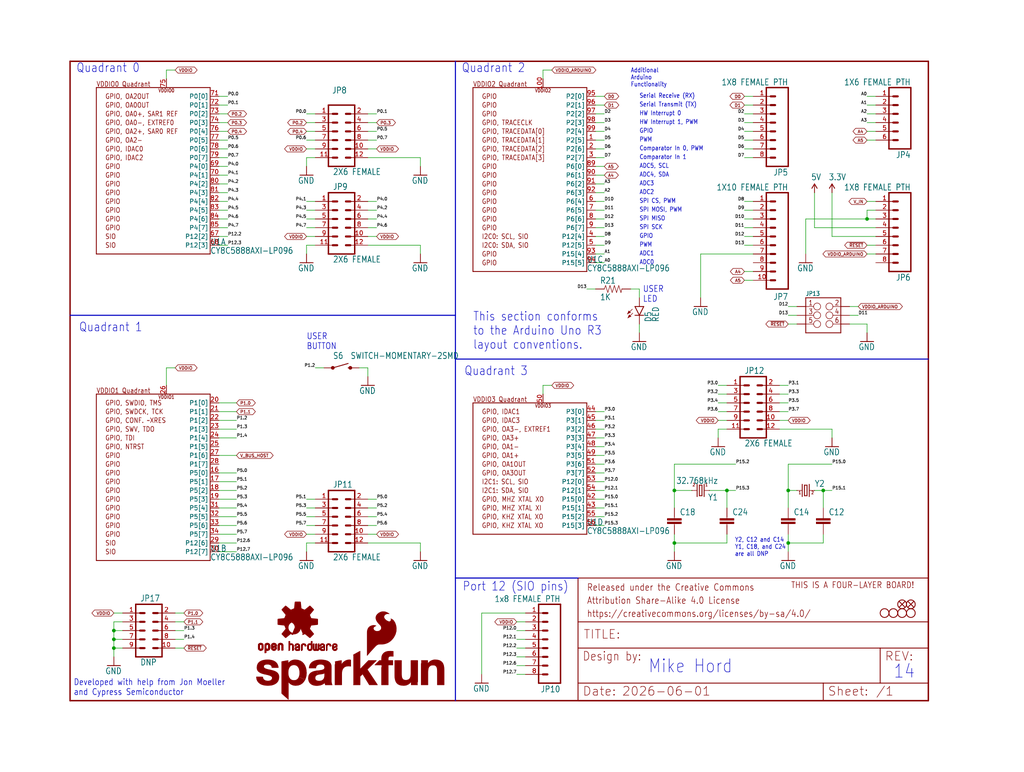
<source format=kicad_sch>
(kicad_sch (version 20230121) (generator eeschema)
  (paper "User" 297.002 223.926)
  (lib_symbols
    (symbol "working-eagle-import:1KOHM1/10W1%(0603)"
      (property "Reference" "R" (at -3.81 1.4986 0))
      (symbol "1KOHM1/10W1%(0603)_1_0"
        (pin passive line (at -5.08 0 0) (length 2.54) (name "1") (number "1"))
        (pin passive line (at 5.08 0 180) (length 2.54) (name "2") (number "2"))
      )
    )
    (symbol "working-eagle-import:3.3V" (power)
      (property "Value" "3.3V" (at -1.016 3.556 0))
      (symbol "3.3V_1_0"
        (pin power_in line (at 0 0 90) (length 2.54) (name "3.3V") (number "1"))
      )
    )
    (symbol "working-eagle-import:5V" (power)
      (property "Value" "5V" (at -1.016 3.556 0))
      (symbol "5V_1_0"
        (pin power_in line (at 0 0 90) (length 2.54) (name "5V") (number "1"))
      )
    )
    (symbol "working-eagle-import:CAPPTH"
      (property "Reference" "C" (at 1.524 2.921 0))
      (symbol "CAPPTH_1_0"
        (pin passive line (at 0 5.08 270) (length 2.54) (name "1") (number "1"))
        (pin passive line (at 0 -2.54 90) (length 2.54) (name "2") (number "2"))
      )
    )
    (symbol "working-eagle-import:CRYSTALHC49US"
      (property "Reference" "Y" (at 2.54 1.016 0))
      (symbol "CRYSTALHC49US_1_0"
        (text "1" (at -2.159 -1.143 0) (effects (font (size 0.8636 0.734)) (justify left bottom)))
        (text "2" (at 1.524 -1.143 0) (effects (font (size 0.8636 0.734)) (justify left bottom)))
        (pin passive line (at -2.54 0 0) (length 0) (name "1") (number "1"))
        (pin passive line (at 2.54 0 180) (length 0) (name "2") (number "2"))
      )
    )
    (symbol "working-eagle-import:CRYSTALTC26H"
      (property "Reference" "Y" (at 2.54 1.016 0))
      (symbol "CRYSTALTC26H_1_0"
        (text "1" (at -2.159 -1.143 0) (effects (font (size 0.8636 0.734)) (justify left bottom)))
        (text "2" (at 1.524 -1.143 0) (effects (font (size 0.8636 0.734)) (justify left bottom)))
        (pin passive line (at -2.54 0 0) (length 0) (name "1") (number "1"))
        (pin passive line (at 2.54 0 180) (length 0) (name "2") (number "2"))
      )
    )
    (symbol "working-eagle-import:FIDUCIAL1X2")
    (symbol "working-eagle-import:FOUR_LAYER_WARNING"
      (symbol "FOUR_LAYER_WARNING_1_0"
        (text "THIS IS A FOUR-LAYER BOARD!" (at 0 0 0) (effects (font (size 1.778 1.5113)) (justify left bottom)))
      )
    )
    (symbol "working-eagle-import:FRAME-LETTERNO_PACKAGE"
      (symbol "FRAME-LETTERNO_PACKAGE_2_0"
        (text "${#}/${##}" (at 86.36 1.27 0) (effects (font (size 2.54 2.54)) (justify left bottom)))
        (text "${CURRENT_DATE}" (at 12.7 1.27 0) (effects (font (size 2.54 2.54)) (justify left bottom)))
        (text "${PROJECTNAME}" (at 15.494 17.78 0) (effects (font (size 2.7432 2.7432)) (justify left bottom)))
        (text "Attribution Share-Alike 4.0 License" (at 2.54 27.94 0) (effects (font (size 1.9304 1.6408)) (justify left bottom)))
        (text "Date:" (at 1.27 1.27 0) (effects (font (size 2.54 2.54)) (justify left bottom)))
        (text "Design by:" (at 1.27 11.43 0) (effects (font (size 2.54 2.159)) (justify left bottom)))
        (text "https://creativecommons.org/licenses/by-sa/4.0/" (at 2.54 24.13 0) (effects (font (size 1.9304 1.6408)) (justify left bottom)))
        (text "Released under the Creative Commons" (at 2.54 31.75 0) (effects (font (size 1.9304 1.6408)) (justify left bottom)))
        (text "REV:" (at 88.9 11.43 0) (effects (font (size 2.54 2.54)) (justify left bottom)))
        (text "Sheet:" (at 72.39 1.27 0) (effects (font (size 2.54 2.54)) (justify left bottom)))
        (text "TITLE:" (at 1.524 17.78 0) (effects (font (size 2.54 2.54)) (justify left bottom)))
      )
    )
    (symbol "working-eagle-import:GND" (power)
      (property "Value" "GND" (at -2.54 -2.54 0))
      (symbol "GND_1_0"
        (pin power_in line (at 0 2.54 270) (length 2.54) (name "GND") (number "1"))
      )
    )
    (symbol "working-eagle-import:LED-RED0603"
      (property "Reference" "D" (at 3.556 -4.572 90))
      (symbol "LED-RED0603_1_0"
        (pin passive line (at 0 2.54 270) (length 2.54) (name "A") (number "A"))
        (pin passive line (at 0 -5.08 90) (length 2.54) (name "C") (number "C"))
      )
    )
    (symbol "working-eagle-import:M03X22X3_SILK_MALE_PTH"
      (property "Reference" "JP" (at -5.08 5.588 0))
      (symbol "M03X22X3_SILK_MALE_PTH_1_0"
        (text "1" (at -4.318 2.794 0) (effects (font (size 1.4224 1.209)) (justify left bottom)))
        (text "2" (at 3.302 2.794 0) (effects (font (size 1.4224 1.209)) (justify left bottom)))
        (text "3" (at -4.318 0.254 0) (effects (font (size 1.4224 1.209)) (justify left bottom)))
        (text "4" (at 3.302 0.254 0) (effects (font (size 1.4224 1.209)) (justify left bottom)))
        (text "5" (at -4.318 -2.286 0) (effects (font (size 1.4224 1.209)) (justify left bottom)))
        (text "6" (at 3.302 -2.286 0) (effects (font (size 1.4224 1.209)) (justify left bottom)))
        (pin bidirectional line (at -7.62 2.54 0) (length 2.54) (name "1") (number "1"))
        (pin bidirectional line (at 7.62 2.54 180) (length 2.54) (name "2") (number "2"))
        (pin bidirectional line (at -7.62 0 0) (length 2.54) (name "3") (number "3"))
        (pin bidirectional line (at 7.62 0 180) (length 2.54) (name "4") (number "4"))
        (pin bidirectional line (at -7.62 -2.54 0) (length 2.54) (name "5") (number "5"))
        (pin bidirectional line (at 7.62 -2.54 180) (length 2.54) (name "6") (number "6"))
      )
    )
    (symbol "working-eagle-import:M05X20.05_IN_PTH_SILK"
      (property "Reference" "JP" (at -2.54 8.382 0))
      (symbol "M05X20.05_IN_PTH_SILK_1_0"
        (pin passive line (at -7.62 5.08 0) (length 5.08) (name "1") (number "1"))
        (pin passive line (at 7.62 -5.08 180) (length 5.08) (name "10") (number "10"))
        (pin passive line (at 7.62 5.08 180) (length 5.08) (name "2") (number "2"))
        (pin passive line (at -7.62 2.54 0) (length 5.08) (name "3") (number "3"))
        (pin passive line (at 7.62 2.54 180) (length 5.08) (name "4") (number "4"))
        (pin passive line (at -7.62 0 0) (length 5.08) (name "5") (number "5"))
        (pin passive line (at 7.62 0 180) (length 5.08) (name "6") (number "6"))
        (pin passive line (at -7.62 -2.54 0) (length 5.08) (name "7") (number "7"))
        (pin passive line (at 7.62 -2.54 180) (length 5.08) (name "8") (number "8"))
        (pin passive line (at -7.62 -5.08 0) (length 5.08) (name "9") (number "9"))
      )
    )
    (symbol "working-eagle-import:M06SIP_LOCK"
      (property "Reference" "JP" (at -5.08 10.922 0))
      (symbol "M06SIP_LOCK_1_0"
        (pin passive line (at 5.08 -5.08 180) (length 5.08) (name "1") (number "1"))
        (pin passive line (at 5.08 -2.54 180) (length 5.08) (name "2") (number "2"))
        (pin passive line (at 5.08 0 180) (length 5.08) (name "3") (number "3"))
        (pin passive line (at 5.08 2.54 180) (length 5.08) (name "4") (number "4"))
        (pin passive line (at 5.08 5.08 180) (length 5.08) (name "5") (number "5"))
        (pin passive line (at 5.08 7.62 180) (length 5.08) (name "6") (number "6"))
      )
    )
    (symbol "working-eagle-import:M06X2PTH_FEMALE"
      (property "Reference" "JP" (at 0 16.002 0))
      (symbol "M06X2PTH_FEMALE_1_0"
        (pin passive line (at -5.08 12.7 0) (length 5.08) (name "1") (number "1"))
        (pin passive line (at 10.16 2.54 180) (length 5.08) (name "10") (number "10"))
        (pin passive line (at -5.08 0 0) (length 5.08) (name "11") (number "11"))
        (pin passive line (at 10.16 0 180) (length 5.08) (name "12") (number "12"))
        (pin passive line (at 10.16 12.7 180) (length 5.08) (name "2") (number "2"))
        (pin passive line (at -5.08 10.16 0) (length 5.08) (name "3") (number "3"))
        (pin passive line (at 10.16 10.16 180) (length 5.08) (name "4") (number "4"))
        (pin passive line (at -5.08 7.62 0) (length 5.08) (name "5") (number "5"))
        (pin passive line (at 10.16 7.62 180) (length 5.08) (name "6") (number "6"))
        (pin passive line (at -5.08 5.08 0) (length 5.08) (name "7") (number "7"))
        (pin passive line (at 10.16 5.08 180) (length 5.08) (name "8") (number "8"))
        (pin passive line (at -5.08 2.54 0) (length 5.08) (name "9") (number "9"))
      )
    )
    (symbol "working-eagle-import:M08LOCK"
      (property "Reference" "JP" (at -5.08 13.462 0))
      (symbol "M08LOCK_1_0"
        (pin passive line (at 5.08 -7.62 180) (length 5.08) (name "1") (number "1"))
        (pin passive line (at 5.08 -5.08 180) (length 5.08) (name "2") (number "2"))
        (pin passive line (at 5.08 -2.54 180) (length 5.08) (name "3") (number "3"))
        (pin passive line (at 5.08 0 180) (length 5.08) (name "4") (number "4"))
        (pin passive line (at 5.08 2.54 180) (length 5.08) (name "5") (number "5"))
        (pin passive line (at 5.08 5.08 180) (length 5.08) (name "6") (number "6"))
        (pin passive line (at 5.08 7.62 180) (length 5.08) (name "7") (number "7"))
        (pin passive line (at 5.08 10.16 180) (length 5.08) (name "8") (number "8"))
      )
    )
    (symbol "working-eagle-import:M10LOCK"
      (property "Reference" "JP" (at 0 8.89 0))
      (symbol "M10LOCK_1_0"
        (pin passive line (at 10.16 -17.78 180) (length 5.08) (name "1") (number "1"))
        (pin passive line (at 10.16 5.08 180) (length 5.08) (name "10") (number "10"))
        (pin passive line (at 10.16 -15.24 180) (length 5.08) (name "2") (number "2"))
        (pin passive line (at 10.16 -12.7 180) (length 5.08) (name "3") (number "3"))
        (pin passive line (at 10.16 -10.16 180) (length 5.08) (name "4") (number "4"))
        (pin passive line (at 10.16 -7.62 180) (length 5.08) (name "5") (number "5"))
        (pin passive line (at 10.16 -5.08 180) (length 5.08) (name "6") (number "6"))
        (pin passive line (at 10.16 -2.54 180) (length 5.08) (name "7") (number "7"))
        (pin passive line (at 10.16 0 180) (length 5.08) (name "8") (number "8"))
        (pin passive line (at 10.16 2.54 180) (length 5.08) (name "9") (number "9"))
      )
    )
    (symbol "working-eagle-import:OSHW-LOGOS")
    (symbol "working-eagle-import:PSOC_5LP_100QFP"
      (property "Reference" "U" (at 33.02 2.54 0))
      (symbol "PSOC_5LP_100QFP_1_0"
        (text "GPIO" (at 2.54 7.62 0) (effects (font (size 1.4224 1.209)) (justify left)))
        (text "GPIO" (at 2.54 10.16 0) (effects (font (size 1.4224 1.209)) (justify left)))
        (text "GPIO" (at 2.54 12.7 0) (effects (font (size 1.4224 1.209)) (justify left)))
        (text "GPIO" (at 2.54 15.24 0) (effects (font (size 1.4224 1.209)) (justify left)))
        (text "GPIO" (at 2.54 17.78 0) (effects (font (size 1.4224 1.209)) (justify left)))
        (text "GPIO" (at 2.54 20.32 0) (effects (font (size 1.4224 1.209)) (justify left)))
        (text "GPIO" (at 2.54 22.86 0) (effects (font (size 1.4224 1.209)) (justify left)))
        (text "GPIO" (at 2.54 25.4 0) (effects (font (size 1.4224 1.209)) (justify left)))
        (text "GPIO, IDAC0" (at 2.54 30.48 0) (effects (font (size 1.4224 1.209)) (justify left)))
        (text "GPIO, IDAC2" (at 2.54 27.94 0) (effects (font (size 1.4224 1.209)) (justify left)))
        (text "GPIO, OA0+, SAR1 REF" (at 2.54 40.64 0) (effects (font (size 1.4224 1.209)) (justify left)))
        (text "GPIO, OA0-, EXTREF0" (at 2.54 38.1 0) (effects (font (size 1.4224 1.209)) (justify left)))
        (text "GPIO, OA0OUT" (at 2.54 43.18 0) (effects (font (size 1.4224 1.209)) (justify left)))
        (text "GPIO, OA2+, SAR0 REF" (at 2.54 35.56 0) (effects (font (size 1.4224 1.209)) (justify left)))
        (text "GPIO, OA2-" (at 2.54 33.02 0) (effects (font (size 1.4224 1.209)) (justify left)))
        (text "GPIO, OA2OUT" (at 2.54 45.72 0) (effects (font (size 1.4224 1.209)) (justify left)))
        (text "SIO" (at 2.54 2.54 0) (effects (font (size 1.4224 1.209)) (justify left)))
        (text "SIO" (at 2.54 5.08 0) (effects (font (size 1.4224 1.209)) (justify left)))
        (text "VDDIO0" (at 20.32 48.006 0) (effects (font (size 1.016 0.8636)) (justify top)))
        (text "VDDIO0 Quadrant" (at 0 49.276 0) (effects (font (size 1.4224 1.209)) (justify left)))
        (pin bidirectional line (at 35.56 5.08 180) (length 2.54) (name "P12[2]") (number "67"))
        (pin bidirectional line (at 35.56 2.54 180) (length 2.54) (name "P12[3]") (number "68"))
        (pin bidirectional line (at 35.56 25.4 180) (length 2.54) (name "P4[0]") (number "69"))
        (pin bidirectional line (at 35.56 22.86 180) (length 2.54) (name "P4[1]") (number "70"))
        (pin bidirectional line (at 35.56 45.72 180) (length 2.54) (name "P0[0]") (number "71"))
        (pin bidirectional line (at 35.56 43.18 180) (length 2.54) (name "P0[1]") (number "72"))
        (pin bidirectional line (at 35.56 40.64 180) (length 2.54) (name "P0[2]") (number "73"))
        (pin bidirectional line (at 35.56 38.1 180) (length 2.54) (name "P0[3]") (number "74"))
        (pin bidirectional line (at 20.32 50.8 270) (length 2.54) (name "VDDIO0") (number "75"))
        (pin bidirectional line (at 35.56 35.56 180) (length 2.54) (name "P0[4]") (number "76"))
        (pin bidirectional line (at 35.56 33.02 180) (length 2.54) (name "P0[5]") (number "77"))
        (pin bidirectional line (at 35.56 30.48 180) (length 2.54) (name "P0[6]") (number "78"))
        (pin bidirectional line (at 35.56 27.94 180) (length 2.54) (name "P0[7]") (number "79"))
        (pin bidirectional line (at 35.56 20.32 180) (length 2.54) (name "P4[2]") (number "80"))
        (pin bidirectional line (at 35.56 17.78 180) (length 2.54) (name "P4[3]") (number "81"))
        (pin bidirectional line (at 35.56 15.24 180) (length 2.54) (name "P4[4]") (number "82"))
        (pin bidirectional line (at 35.56 12.7 180) (length 2.54) (name "P4[5]") (number "83"))
        (pin bidirectional line (at 35.56 10.16 180) (length 2.54) (name "P4[6]") (number "84"))
        (pin bidirectional line (at 35.56 7.62 180) (length 2.54) (name "P4[7]") (number "85"))
      )
      (symbol "PSOC_5LP_100QFP_2_0"
        (text "GPIO" (at 2.54 7.62 0) (effects (font (size 1.4224 1.209)) (justify left)))
        (text "GPIO" (at 2.54 10.16 0) (effects (font (size 1.4224 1.209)) (justify left)))
        (text "GPIO" (at 2.54 12.7 0) (effects (font (size 1.4224 1.209)) (justify left)))
        (text "GPIO" (at 2.54 15.24 0) (effects (font (size 1.4224 1.209)) (justify left)))
        (text "GPIO" (at 2.54 17.78 0) (effects (font (size 1.4224 1.209)) (justify left)))
        (text "GPIO" (at 2.54 20.32 0) (effects (font (size 1.4224 1.209)) (justify left)))
        (text "GPIO" (at 2.54 22.86 0) (effects (font (size 1.4224 1.209)) (justify left)))
        (text "GPIO" (at 2.54 25.4 0) (effects (font (size 1.4224 1.209)) (justify left)))
        (text "GPIO" (at 2.54 27.94 0) (effects (font (size 1.4224 1.209)) (justify left)))
        (text "GPIO" (at 2.54 30.48 0) (effects (font (size 1.4224 1.209)) (justify left)))
        (text "GPIO, CONF. ~XRES" (at 2.54 40.64 0) (effects (font (size 1.4224 1.209)) (justify left)))
        (text "GPIO, NTRST" (at 2.54 33.02 0) (effects (font (size 1.4224 1.209)) (justify left)))
        (text "GPIO, SWDCK, TCK" (at 2.54 43.18 0) (effects (font (size 1.4224 1.209)) (justify left)))
        (text "GPIO, SWDIO, TMS" (at 2.54 45.72 0) (effects (font (size 1.4224 1.209)) (justify left)))
        (text "GPIO, SWV, TDO" (at 2.54 38.1 0) (effects (font (size 1.4224 1.209)) (justify left)))
        (text "GPIO, TDI" (at 2.54 35.56 0) (effects (font (size 1.4224 1.209)) (justify left)))
        (text "SIO" (at 2.54 2.54 0) (effects (font (size 1.4224 1.209)) (justify left)))
        (text "SIO" (at 2.54 5.08 0) (effects (font (size 1.4224 1.209)) (justify left)))
        (text "VDDIO1" (at 20.32 48.006 0) (effects (font (size 1.016 0.8636)) (justify top)))
        (text "VDDIO1 Quadrant" (at 0 49.276 0) (effects (font (size 1.4224 1.209)) (justify left)))
        (pin bidirectional line (at 35.56 25.4 180) (length 2.54) (name "P5[0]") (number "16"))
        (pin bidirectional line (at 35.56 22.86 180) (length 2.54) (name "P5[1]") (number "17"))
        (pin bidirectional line (at 35.56 20.32 180) (length 2.54) (name "P5[2]") (number "18"))
        (pin bidirectional line (at 35.56 17.78 180) (length 2.54) (name "P5[3]") (number "19"))
        (pin bidirectional line (at 35.56 45.72 180) (length 2.54) (name "P1[0]") (number "20"))
        (pin bidirectional line (at 35.56 43.18 180) (length 2.54) (name "P1[1]") (number "21"))
        (pin bidirectional line (at 35.56 40.64 180) (length 2.54) (name "P1[2]") (number "22"))
        (pin bidirectional line (at 35.56 38.1 180) (length 2.54) (name "P1[3]") (number "23"))
        (pin bidirectional line (at 35.56 35.56 180) (length 2.54) (name "P1[4]") (number "24"))
        (pin bidirectional line (at 35.56 33.02 180) (length 2.54) (name "P1[5]") (number "25"))
        (pin bidirectional line (at 20.32 50.8 270) (length 2.54) (name "VDDIO1") (number "26"))
        (pin bidirectional line (at 35.56 30.48 180) (length 2.54) (name "P1[6]") (number "27"))
        (pin bidirectional line (at 35.56 27.94 180) (length 2.54) (name "P1[7]") (number "28"))
        (pin bidirectional line (at 35.56 5.08 180) (length 2.54) (name "P12[6]") (number "29"))
        (pin bidirectional line (at 35.56 2.54 180) (length 2.54) (name "P12[7]") (number "30"))
        (pin bidirectional line (at 35.56 15.24 180) (length 2.54) (name "P5[4]") (number "31"))
        (pin bidirectional line (at 35.56 12.7 180) (length 2.54) (name "P5[5]") (number "32"))
        (pin bidirectional line (at 35.56 10.16 180) (length 2.54) (name "P5[6]") (number "33"))
        (pin bidirectional line (at 35.56 7.62 180) (length 2.54) (name "P5[7]") (number "34"))
      )
      (symbol "PSOC_5LP_100QFP_3_0"
        (text "GPIO" (at 2.54 2.54 0) (effects (font (size 1.4224 1.209)) (justify left)))
        (text "GPIO" (at 2.54 5.08 0) (effects (font (size 1.4224 1.209)) (justify left)))
        (text "GPIO" (at 2.54 12.7 0) (effects (font (size 1.4224 1.209)) (justify left)))
        (text "GPIO" (at 2.54 15.24 0) (effects (font (size 1.4224 1.209)) (justify left)))
        (text "GPIO" (at 2.54 17.78 0) (effects (font (size 1.4224 1.209)) (justify left)))
        (text "GPIO" (at 2.54 20.32 0) (effects (font (size 1.4224 1.209)) (justify left)))
        (text "GPIO" (at 2.54 22.86 0) (effects (font (size 1.4224 1.209)) (justify left)))
        (text "GPIO" (at 2.54 25.4 0) (effects (font (size 1.4224 1.209)) (justify left)))
        (text "GPIO" (at 2.54 27.94 0) (effects (font (size 1.4224 1.209)) (justify left)))
        (text "GPIO" (at 2.54 30.48 0) (effects (font (size 1.4224 1.209)) (justify left)))
        (text "GPIO" (at 2.54 45.72 0) (effects (font (size 1.4224 1.209)) (justify left)))
        (text "GPIO" (at 2.54 48.26 0) (effects (font (size 1.4224 1.209)) (justify left)))
        (text "GPIO" (at 2.54 50.8 0) (effects (font (size 1.4224 1.209)) (justify left)))
        (text "GPIO, TRACECLK" (at 2.54 43.18 0) (effects (font (size 1.4224 1.209)) (justify left)))
        (text "GPIO, TRACEDATA[0]" (at 2.54 40.64 0) (effects (font (size 1.4224 1.209)) (justify left)))
        (text "GPIO, TRACEDATA[1]" (at 2.54 38.1 0) (effects (font (size 1.4224 1.209)) (justify left)))
        (text "GPIO, TRACEDATA[2]" (at 2.54 35.56 0) (effects (font (size 1.4224 1.209)) (justify left)))
        (text "GPIO, TRACEDATA[3]" (at 2.54 33.02 0) (effects (font (size 1.4224 1.209)) (justify left)))
        (text "I2C0: SCL, SIO" (at 2.54 10.16 0) (effects (font (size 1.4224 1.209)) (justify left)))
        (text "I2C0: SDA, SIO" (at 2.54 7.62 0) (effects (font (size 1.4224 1.209)) (justify left)))
        (text "VDDIO2" (at 20.32 53.086 0) (effects (font (size 1.016 0.8636)) (justify top)))
        (text "VDDIO2 Quadrant" (at 0 54.356 0) (effects (font (size 1.4224 1.209)) (justify left)))
        (pin bidirectional line (at 35.56 38.1 180) (length 2.54) (name "P2[5]") (number "1"))
        (pin bidirectional line (at 20.32 55.88 270) (length 2.54) (name "VDDIO2") (number "100"))
        (pin bidirectional line (at 35.56 35.56 180) (length 2.54) (name "P2[6]") (number "2"))
        (pin bidirectional line (at 35.56 33.02 180) (length 2.54) (name "P2[7]") (number "3"))
        (pin bidirectional line (at 35.56 10.16 180) (length 2.54) (name "P12[4]") (number "4"))
        (pin bidirectional line (at 35.56 7.62 180) (length 2.54) (name "P12[5]") (number "5"))
        (pin bidirectional line (at 35.56 20.32 180) (length 2.54) (name "P6[4]") (number "6"))
        (pin bidirectional line (at 35.56 17.78 180) (length 2.54) (name "P6[5]") (number "7"))
        (pin bidirectional line (at 35.56 15.24 180) (length 2.54) (name "P6[6]") (number "8"))
        (pin bidirectional line (at 35.56 30.48 180) (length 2.54) (name "P6[0]") (number "89"))
        (pin bidirectional line (at 35.56 12.7 180) (length 2.54) (name "P6[7]") (number "9"))
        (pin bidirectional line (at 35.56 27.94 180) (length 2.54) (name "P6[1]") (number "90"))
        (pin bidirectional line (at 35.56 25.4 180) (length 2.54) (name "P6[2]") (number "91"))
        (pin bidirectional line (at 35.56 22.86 180) (length 2.54) (name "P6[3]") (number "92"))
        (pin bidirectional line (at 35.56 5.08 180) (length 2.54) (name "P15[4]") (number "93"))
        (pin bidirectional line (at 35.56 2.54 180) (length 2.54) (name "P15[5]") (number "94"))
        (pin bidirectional line (at 35.56 50.8 180) (length 2.54) (name "P2[0]") (number "95"))
        (pin bidirectional line (at 35.56 48.26 180) (length 2.54) (name "P2[1]") (number "96"))
        (pin bidirectional line (at 35.56 45.72 180) (length 2.54) (name "P2[2]") (number "97"))
        (pin bidirectional line (at 35.56 43.18 180) (length 2.54) (name "P2[3]") (number "98"))
        (pin bidirectional line (at 35.56 40.64 180) (length 2.54) (name "P2[4]") (number "99"))
      )
      (symbol "PSOC_5LP_100QFP_4_0"
        (text "GPIO, IDAC1" (at 2.54 35.56 0) (effects (font (size 1.4224 1.209)) (justify left)))
        (text "GPIO, IDAC3" (at 2.54 33.02 0) (effects (font (size 1.4224 1.209)) (justify left)))
        (text "GPIO, KHZ XTAL XO" (at 2.54 2.54 0) (effects (font (size 1.4224 1.209)) (justify left)))
        (text "GPIO, KHZ XTAL XO" (at 2.54 5.08 0) (effects (font (size 1.4224 1.209)) (justify left)))
        (text "GPIO, MHZ XTAL XI" (at 2.54 7.62 0) (effects (font (size 1.4224 1.209)) (justify left)))
        (text "GPIO, MHZ XTAL XO" (at 2.54 10.16 0) (effects (font (size 1.4224 1.209)) (justify left)))
        (text "GPIO, OA1+" (at 2.54 22.86 0) (effects (font (size 1.4224 1.209)) (justify left)))
        (text "GPIO, OA1-" (at 2.54 25.4 0) (effects (font (size 1.4224 1.209)) (justify left)))
        (text "GPIO, OA1OUT" (at 2.54 20.32 0) (effects (font (size 1.4224 1.209)) (justify left)))
        (text "GPIO, OA3+" (at 2.54 27.94 0) (effects (font (size 1.4224 1.209)) (justify left)))
        (text "GPIO, OA3-, EXTREF1" (at 2.54 30.48 0) (effects (font (size 1.4224 1.209)) (justify left)))
        (text "GPIO, OA3OUT" (at 2.54 17.78 0) (effects (font (size 1.4224 1.209)) (justify left)))
        (text "I2C1: SCL, SIO" (at 2.54 15.24 0) (effects (font (size 1.4224 1.209)) (justify left)))
        (text "I2C1: SDA, SIO" (at 2.54 12.7 0) (effects (font (size 1.4224 1.209)) (justify left)))
        (text "VDDIO3" (at 20.32 37.846 0) (effects (font (size 1.016 0.8636)) (justify top)))
        (text "VDDIO3 Quadrant" (at 0 39.116 0) (effects (font (size 1.4224 1.209)) (justify left)))
        (pin bidirectional line (at 35.56 10.16 180) (length 2.54) (name "P15[0]") (number "42"))
        (pin bidirectional line (at 35.56 7.62 180) (length 2.54) (name "P15[1]") (number "43"))
        (pin bidirectional line (at 35.56 35.56 180) (length 2.54) (name "P3[0]") (number "44"))
        (pin bidirectional line (at 35.56 33.02 180) (length 2.54) (name "P3[1]") (number "45"))
        (pin bidirectional line (at 35.56 30.48 180) (length 2.54) (name "P3[2]") (number "46"))
        (pin bidirectional line (at 35.56 27.94 180) (length 2.54) (name "P3[3]") (number "47"))
        (pin bidirectional line (at 35.56 25.4 180) (length 2.54) (name "P3[4]") (number "48"))
        (pin bidirectional line (at 35.56 22.86 180) (length 2.54) (name "P3[5]") (number "49"))
        (pin bidirectional line (at 20.32 40.64 270) (length 2.54) (name "VDDIO3") (number "50"))
        (pin bidirectional line (at 35.56 20.32 180) (length 2.54) (name "P3[6]") (number "51"))
        (pin bidirectional line (at 35.56 17.78 180) (length 2.54) (name "P3[7]") (number "52"))
        (pin bidirectional line (at 35.56 15.24 180) (length 2.54) (name "P12[0]") (number "53"))
        (pin bidirectional line (at 35.56 12.7 180) (length 2.54) (name "P12[1]") (number "54"))
        (pin bidirectional line (at 35.56 5.08 180) (length 2.54) (name "P15[2]") (number "55"))
        (pin bidirectional line (at 35.56 2.54 180) (length 2.54) (name "P15[3]") (number "56"))
      )
      (symbol "PSOC_5LP_100QFP_5_0"
        (text "Global pins" (at 2.54 25.4 0) (effects (font (size 1.4224 1.209)) (justify left)))
        (text "USBIO, D+, SWDIO" (at 2.54 15.24 0) (effects (font (size 1.4224 1.209)) (justify left)))
        (text "USBIO, D-, SWDCK" (at 2.54 12.7 0) (effects (font (size 1.4224 1.209)) (justify left)))
        (pin bidirectional line (at 27.94 -2.54 90) (length 2.54) (name "VSSB") (number "10"))
        (pin bidirectional line (at 33.02 22.86 180) (length 2.54) (name "IND") (number "11"))
        (pin bidirectional line (at 33.02 25.4 180) (length 2.54) (name "VBOOST") (number "12"))
        (pin bidirectional line (at 33.02 20.32 180) (length 2.54) (name "VBAT") (number "13"))
        (pin bidirectional line (at 2.54 -2.54 90) (length 2.54) (name "VSSD0") (number "14"))
        (pin bidirectional line (at 33.02 27.94 180) (length 2.54) (name "~{XRES}") (number "15"))
        (pin bidirectional line (at 33.02 15.24 180) (length 2.54) (name "P15[6]") (number "35"))
        (pin bidirectional line (at 33.02 12.7 180) (length 2.54) (name "P15[7]") (number "36"))
        (pin bidirectional line (at 2.54 43.18 270) (length 2.54) (name "VDDD0") (number "37"))
        (pin bidirectional line (at 7.62 -2.54 90) (length 2.54) (name "VSSD1") (number "38"))
        (pin bidirectional line (at 12.7 43.18 270) (length 2.54) (name "VCCD0") (number "39"))
        (pin bidirectional line (at 27.94 43.18 270) (length 2.54) (name "VCCA") (number "63"))
        (pin bidirectional line (at 22.86 -2.54 90) (length 2.54) (name "VSSA") (number "64"))
        (pin bidirectional line (at 22.86 43.18 270) (length 2.54) (name "VDDA") (number "65"))
        (pin bidirectional line (at 12.7 -2.54 90) (length 2.54) (name "VSSD2") (number "66"))
        (pin bidirectional line (at 17.78 43.18 270) (length 2.54) (name "VCCD1") (number "86"))
        (pin bidirectional line (at 17.78 -2.54 90) (length 2.54) (name "VSSD3") (number "87"))
        (pin bidirectional line (at 7.62 43.18 270) (length 2.54) (name "VDDD1") (number "88"))
      )
    )
    (symbol "working-eagle-import:SFE_LOGO_NAME_FLAME.2_INCH")
    (symbol "working-eagle-import:STAND-OFF")
    (symbol "working-eagle-import:SWITCH-MOMENTARY-2SMD"
      (property "Reference" "S" (at -2.54 2.54 0))
      (symbol "SWITCH-MOMENTARY-2SMD_1_0"
        (pin passive line (at -5.08 0 0) (length 2.54) (name "1") (number "1"))
        (pin passive line (at 5.08 0 180) (length 2.54) (name "2") (number "3"))
      )
    )
  )
  (junction (at 228.6 157.48))
  (junction (at 33.02 187.96))
  (junction (at 33.02 185.42))
  (junction (at 210.82 142.24))
  (junction (at 33.02 182.88))
  (junction (at 195.58 142.24))
  (junction (at 251.46 63.5))
  (junction (at 228.6 142.24))
  (junction (at 238.76 142.24))
  (junction (at 195.58 157.48))
  (wire (pts (xy 172.72 73.66) (xy 175.26 73.66)) (stroke (width 0.1524)))
  (wire (pts (xy 63.5 60.96) (xy 66.04 60.96)) (stroke (width 0.1524)))
  (wire (pts (xy 172.72 33.02) (xy 175.26 33.02)) (stroke (width 0.1524)))
  (wire (pts (xy 172.72 50.8) (xy 175.26 50.8)) (stroke (width 0.1524)))
  (wire (pts (xy 88.9 157.48) (xy 88.9 160.02)) (stroke (width 0.1524)))
  (polyline (pts (xy 132.08 167.64) (xy 132.08 203.2)) (stroke (width 0.3048) (type solid)))
  (wire (pts (xy 218.44 66.04) (xy 215.9 66.04)) (stroke (width 0.1524)))
  (wire (pts (xy 88.9 38.1) (xy 91.44 38.1)) (stroke (width 0.1524)))
  (wire (pts (xy 152.4 187.96) (xy 149.86 187.96)) (stroke (width 0.1524)))
  (wire (pts (xy 254 38.1) (xy 251.46 38.1)) (stroke (width 0.1524)))
  (wire (pts (xy 210.82 111.76) (xy 208.28 111.76)) (stroke (width 0.1524)))
  (wire (pts (xy 63.5 33.02) (xy 66.04 33.02)) (stroke (width 0.1524)))
  (wire (pts (xy 157.48 20.32) (xy 160.02 20.32)) (stroke (width 0.1524)))
  (wire (pts (xy 251.46 60.96) (xy 251.46 63.5)) (stroke (width 0.1524)))
  (wire (pts (xy 172.72 48.26) (xy 175.26 48.26)) (stroke (width 0.1524)))
  (wire (pts (xy 238.76 142.24) (xy 238.76 147.32)) (stroke (width 0.1524)))
  (wire (pts (xy 231.14 88.9) (xy 228.6 88.9)) (stroke (width 0.1524)))
  (wire (pts (xy 228.6 157.48) (xy 238.76 157.48)) (stroke (width 0.1524)))
  (wire (pts (xy 63.5 40.64) (xy 66.04 40.64)) (stroke (width 0.1524)))
  (wire (pts (xy 246.38 88.9) (xy 248.92 88.9)) (stroke (width 0.1524)))
  (wire (pts (xy 63.5 119.38) (xy 68.58 119.38)) (stroke (width 0.1524)))
  (wire (pts (xy 208.28 121.92) (xy 210.82 121.92)) (stroke (width 0.1524)))
  (wire (pts (xy 91.44 157.48) (xy 88.9 157.48)) (stroke (width 0.1524)))
  (polyline (pts (xy 132.08 104.14) (xy 132.08 167.64)) (stroke (width 0.3048) (type solid)))
  (wire (pts (xy 218.44 58.42) (xy 215.9 58.42)) (stroke (width 0.1524)))
  (wire (pts (xy 218.44 71.12) (xy 215.9 71.12)) (stroke (width 0.1524)))
  (wire (pts (xy 63.5 35.56) (xy 66.04 35.56)) (stroke (width 0.1524)))
  (wire (pts (xy 152.4 177.8) (xy 139.7 177.8)) (stroke (width 0.1524)))
  (wire (pts (xy 63.5 38.1) (xy 66.04 38.1)) (stroke (width 0.1524)))
  (wire (pts (xy 50.8 182.88) (xy 53.34 182.88)) (stroke (width 0.1524)))
  (wire (pts (xy 172.72 60.96) (xy 175.26 60.96)) (stroke (width 0.1524)))
  (wire (pts (xy 152.4 182.88) (xy 149.86 182.88)) (stroke (width 0.1524)))
  (wire (pts (xy 121.92 157.48) (xy 121.92 160.02)) (stroke (width 0.1524)))
  (wire (pts (xy 208.28 116.84) (xy 210.82 116.84)) (stroke (width 0.1524)))
  (wire (pts (xy 33.02 182.88) (xy 33.02 185.42)) (stroke (width 0.1524)))
  (wire (pts (xy 91.44 33.02) (xy 88.9 33.02)) (stroke (width 0.1524)))
  (wire (pts (xy 172.72 152.4) (xy 175.26 152.4)) (stroke (width 0.1524)))
  (wire (pts (xy 88.9 71.12) (xy 91.44 71.12)) (stroke (width 0.1524)))
  (wire (pts (xy 63.5 157.48) (xy 68.58 157.48)) (stroke (width 0.1524)))
  (wire (pts (xy 106.68 45.72) (xy 121.92 45.72)) (stroke (width 0.1524)))
  (wire (pts (xy 106.68 144.78) (xy 109.22 144.78)) (stroke (width 0.1524)))
  (wire (pts (xy 228.6 111.76) (xy 226.06 111.76)) (stroke (width 0.1524)))
  (wire (pts (xy 88.9 45.72) (xy 91.44 45.72)) (stroke (width 0.1524)))
  (wire (pts (xy 254 33.02) (xy 251.46 33.02)) (stroke (width 0.1524)))
  (wire (pts (xy 218.44 30.48) (xy 215.9 30.48)) (stroke (width 0.1524)))
  (wire (pts (xy 106.68 71.12) (xy 121.92 71.12)) (stroke (width 0.1524)))
  (wire (pts (xy 88.9 149.86) (xy 91.44 149.86)) (stroke (width 0.1524)))
  (wire (pts (xy 88.9 68.58) (xy 91.44 68.58)) (stroke (width 0.1524)))
  (wire (pts (xy 88.9 40.64) (xy 91.44 40.64)) (stroke (width 0.1524)))
  (wire (pts (xy 231.14 91.44) (xy 228.6 91.44)) (stroke (width 0.1524)))
  (wire (pts (xy 152.4 193.04) (xy 149.86 193.04)) (stroke (width 0.1524)))
  (wire (pts (xy 200.66 142.24) (xy 195.58 142.24)) (stroke (width 0.1524)))
  (wire (pts (xy 109.22 33.02) (xy 106.68 33.02)) (stroke (width 0.1524)))
  (wire (pts (xy 246.38 91.44) (xy 248.92 91.44)) (stroke (width 0.1524)))
  (wire (pts (xy 63.5 55.88) (xy 66.04 55.88)) (stroke (width 0.1524)))
  (wire (pts (xy 205.74 142.24) (xy 210.82 142.24)) (stroke (width 0.1524)))
  (wire (pts (xy 172.72 27.94) (xy 175.26 27.94)) (stroke (width 0.1524)))
  (wire (pts (xy 63.5 142.24) (xy 68.58 142.24)) (stroke (width 0.1524)))
  (wire (pts (xy 226.06 124.46) (xy 241.3 124.46)) (stroke (width 0.1524)))
  (wire (pts (xy 109.22 66.04) (xy 106.68 66.04)) (stroke (width 0.1524)))
  (wire (pts (xy 63.5 116.84) (xy 68.58 116.84)) (stroke (width 0.1524)))
  (wire (pts (xy 241.3 124.46) (xy 241.3 127)) (stroke (width 0.1524)))
  (wire (pts (xy 236.22 142.24) (xy 238.76 142.24)) (stroke (width 0.1524)))
  (wire (pts (xy 109.22 63.5) (xy 106.68 63.5)) (stroke (width 0.1524)))
  (wire (pts (xy 157.48 22.86) (xy 157.48 20.32)) (stroke (width 0.1524)))
  (wire (pts (xy 50.8 187.96) (xy 53.34 187.96)) (stroke (width 0.1524)))
  (wire (pts (xy 228.6 114.3) (xy 226.06 114.3)) (stroke (width 0.1524)))
  (wire (pts (xy 63.5 152.4) (xy 68.58 152.4)) (stroke (width 0.1524)))
  (wire (pts (xy 185.42 96.52) (xy 185.42 93.98)) (stroke (width 0.1524)))
  (wire (pts (xy 172.72 66.04) (xy 175.26 66.04)) (stroke (width 0.1524)))
  (wire (pts (xy 172.72 149.86) (xy 175.26 149.86)) (stroke (width 0.1524)))
  (wire (pts (xy 88.9 144.78) (xy 91.44 144.78)) (stroke (width 0.1524)))
  (wire (pts (xy 254 73.66) (xy 251.46 73.66)) (stroke (width 0.1524)))
  (wire (pts (xy 254 68.58) (xy 241.3 68.58)) (stroke (width 0.1524)))
  (wire (pts (xy 241.3 68.58) (xy 241.3 55.88)) (stroke (width 0.1524)))
  (wire (pts (xy 218.44 78.74) (xy 215.9 78.74)) (stroke (width 0.1524)))
  (wire (pts (xy 172.72 43.18) (xy 175.26 43.18)) (stroke (width 0.1524)))
  (polyline (pts (xy 20.32 91.44) (xy 132.08 91.44)) (stroke (width 0.3048) (type solid)))
  (wire (pts (xy 48.26 20.32) (xy 50.8 20.32)) (stroke (width 0.1524)))
  (wire (pts (xy 106.68 147.32) (xy 109.22 147.32)) (stroke (width 0.1524)))
  (wire (pts (xy 63.5 43.18) (xy 66.04 43.18)) (stroke (width 0.1524)))
  (wire (pts (xy 238.76 157.48) (xy 238.76 154.94)) (stroke (width 0.1524)))
  (wire (pts (xy 104.14 106.68) (xy 106.68 106.68)) (stroke (width 0.1524)))
  (wire (pts (xy 63.5 66.04) (xy 66.04 66.04)) (stroke (width 0.1524)))
  (wire (pts (xy 210.82 157.48) (xy 210.82 154.94)) (stroke (width 0.1524)))
  (wire (pts (xy 121.92 71.12) (xy 121.92 73.66)) (stroke (width 0.1524)))
  (wire (pts (xy 228.6 134.62) (xy 241.3 134.62)) (stroke (width 0.1524)))
  (wire (pts (xy 195.58 134.62) (xy 213.36 134.62)) (stroke (width 0.1524)))
  (wire (pts (xy 172.72 35.56) (xy 175.26 35.56)) (stroke (width 0.1524)))
  (wire (pts (xy 88.9 48.26) (xy 88.9 45.72)) (stroke (width 0.1524)))
  (wire (pts (xy 33.02 180.34) (xy 33.02 182.88)) (stroke (width 0.1524)))
  (wire (pts (xy 63.5 71.12) (xy 66.04 71.12)) (stroke (width 0.1524)))
  (wire (pts (xy 172.72 142.24) (xy 175.26 142.24)) (stroke (width 0.1524)))
  (wire (pts (xy 185.42 83.82) (xy 185.42 86.36)) (stroke (width 0.1524)))
  (wire (pts (xy 218.44 60.96) (xy 215.9 60.96)) (stroke (width 0.1524)))
  (wire (pts (xy 63.5 58.42) (xy 66.04 58.42)) (stroke (width 0.1524)))
  (wire (pts (xy 246.38 93.98) (xy 251.46 93.98)) (stroke (width 0.1524)))
  (wire (pts (xy 218.44 33.02) (xy 215.9 33.02)) (stroke (width 0.1524)))
  (wire (pts (xy 228.6 121.92) (xy 226.06 121.92)) (stroke (width 0.1524)))
  (wire (pts (xy 88.9 63.5) (xy 91.44 63.5)) (stroke (width 0.1524)))
  (wire (pts (xy 195.58 160.02) (xy 195.58 157.48)) (stroke (width 0.1524)))
  (wire (pts (xy 48.26 22.86) (xy 48.26 20.32)) (stroke (width 0.1524)))
  (wire (pts (xy 63.5 132.08) (xy 68.58 132.08)) (stroke (width 0.1524)))
  (wire (pts (xy 63.5 139.7) (xy 68.58 139.7)) (stroke (width 0.1524)))
  (wire (pts (xy 208.28 124.46) (xy 210.82 124.46)) (stroke (width 0.1524)))
  (wire (pts (xy 63.5 127) (xy 68.58 127)) (stroke (width 0.1524)))
  (wire (pts (xy 228.6 142.24) (xy 228.6 147.32)) (stroke (width 0.1524)))
  (polyline (pts (xy 167.64 167.64) (xy 132.08 167.64)) (stroke (width 0.3048) (type solid)))
  (wire (pts (xy 172.72 134.62) (xy 175.26 134.62)) (stroke (width 0.1524)))
  (wire (pts (xy 172.72 40.64) (xy 175.26 40.64)) (stroke (width 0.1524)))
  (wire (pts (xy 238.76 142.24) (xy 241.3 142.24)) (stroke (width 0.1524)))
  (wire (pts (xy 195.58 142.24) (xy 195.58 134.62)) (stroke (width 0.1524)))
  (wire (pts (xy 208.28 127) (xy 208.28 124.46)) (stroke (width 0.1524)))
  (wire (pts (xy 152.4 185.42) (xy 149.86 185.42)) (stroke (width 0.1524)))
  (wire (pts (xy 63.5 30.48) (xy 66.04 30.48)) (stroke (width 0.1524)))
  (wire (pts (xy 172.72 147.32) (xy 175.26 147.32)) (stroke (width 0.1524)))
  (wire (pts (xy 172.72 71.12) (xy 175.26 71.12)) (stroke (width 0.1524)))
  (wire (pts (xy 254 35.56) (xy 251.46 35.56)) (stroke (width 0.1524)))
  (wire (pts (xy 106.68 58.42) (xy 109.22 58.42)) (stroke (width 0.1524)))
  (wire (pts (xy 33.02 185.42) (xy 33.02 187.96)) (stroke (width 0.1524)))
  (wire (pts (xy 172.72 83.82) (xy 170.18 83.82)) (stroke (width 0.1524)))
  (wire (pts (xy 33.02 187.96) (xy 35.56 187.96)) (stroke (width 0.1524)))
  (wire (pts (xy 218.44 81.28) (xy 215.9 81.28)) (stroke (width 0.1524)))
  (wire (pts (xy 172.72 76.2) (xy 175.26 76.2)) (stroke (width 0.1524)))
  (wire (pts (xy 63.5 147.32) (xy 68.58 147.32)) (stroke (width 0.1524)))
  (wire (pts (xy 231.14 142.24) (xy 228.6 142.24)) (stroke (width 0.1524)))
  (wire (pts (xy 172.72 45.72) (xy 175.26 45.72)) (stroke (width 0.1524)))
  (wire (pts (xy 218.44 45.72) (xy 215.9 45.72)) (stroke (width 0.1524)))
  (wire (pts (xy 63.5 144.78) (xy 68.58 144.78)) (stroke (width 0.1524)))
  (wire (pts (xy 236.22 66.04) (xy 236.22 55.88)) (stroke (width 0.1524)))
  (wire (pts (xy 88.9 60.96) (xy 91.44 60.96)) (stroke (width 0.1524)))
  (wire (pts (xy 195.58 154.94) (xy 195.58 157.48)) (stroke (width 0.1524)))
  (wire (pts (xy 172.72 137.16) (xy 175.26 137.16)) (stroke (width 0.1524)))
  (wire (pts (xy 109.22 152.4) (xy 106.68 152.4)) (stroke (width 0.1524)))
  (wire (pts (xy 228.6 119.38) (xy 226.06 119.38)) (stroke (width 0.1524)))
  (wire (pts (xy 63.5 63.5) (xy 66.04 63.5)) (stroke (width 0.1524)))
  (wire (pts (xy 172.72 144.78) (xy 175.26 144.78)) (stroke (width 0.1524)))
  (wire (pts (xy 195.58 147.32) (xy 195.58 142.24)) (stroke (width 0.1524)))
  (wire (pts (xy 109.22 40.64) (xy 106.68 40.64)) (stroke (width 0.1524)))
  (wire (pts (xy 210.82 142.24) (xy 213.36 142.24)) (stroke (width 0.1524)))
  (wire (pts (xy 172.72 139.7) (xy 175.26 139.7)) (stroke (width 0.1524)))
  (wire (pts (xy 254 40.64) (xy 251.46 40.64)) (stroke (width 0.1524)))
  (wire (pts (xy 182.88 83.82) (xy 185.42 83.82)) (stroke (width 0.1524)))
  (wire (pts (xy 218.44 35.56) (xy 215.9 35.56)) (stroke (width 0.1524)))
  (wire (pts (xy 233.68 63.5) (xy 251.46 63.5)) (stroke (width 0.1524)))
  (wire (pts (xy 231.14 93.98) (xy 228.6 93.98)) (stroke (width 0.1524)))
  (wire (pts (xy 88.9 147.32) (xy 91.44 147.32)) (stroke (width 0.1524)))
  (wire (pts (xy 88.9 154.94) (xy 91.44 154.94)) (stroke (width 0.1524)))
  (wire (pts (xy 172.72 129.54) (xy 175.26 129.54)) (stroke (width 0.1524)))
  (wire (pts (xy 172.72 38.1) (xy 175.26 38.1)) (stroke (width 0.1524)))
  (wire (pts (xy 218.44 27.94) (xy 215.9 27.94)) (stroke (width 0.1524)))
  (wire (pts (xy 228.6 142.24) (xy 228.6 134.62)) (stroke (width 0.1524)))
  (wire (pts (xy 88.9 58.42) (xy 91.44 58.42)) (stroke (width 0.1524)))
  (wire (pts (xy 63.5 50.8) (xy 66.04 50.8)) (stroke (width 0.1524)))
  (wire (pts (xy 218.44 40.64) (xy 215.9 40.64)) (stroke (width 0.1524)))
  (wire (pts (xy 91.44 35.56) (xy 88.9 35.56)) (stroke (width 0.1524)))
  (wire (pts (xy 109.22 68.58) (xy 106.68 68.58)) (stroke (width 0.1524)))
  (wire (pts (xy 63.5 121.92) (xy 68.58 121.92)) (stroke (width 0.1524)))
  (wire (pts (xy 63.5 124.46) (xy 68.58 124.46)) (stroke (width 0.1524)))
  (wire (pts (xy 218.44 43.18) (xy 215.9 43.18)) (stroke (width 0.1524)))
  (wire (pts (xy 63.5 27.94) (xy 66.04 27.94)) (stroke (width 0.1524)))
  (wire (pts (xy 35.56 177.8) (xy 33.02 177.8)) (stroke (width 0.1524)))
  (wire (pts (xy 228.6 116.84) (xy 226.06 116.84)) (stroke (width 0.1524)))
  (wire (pts (xy 121.92 45.72) (xy 121.92 48.26)) (stroke (width 0.1524)))
  (wire (pts (xy 172.72 30.48) (xy 175.26 30.48)) (stroke (width 0.1524)))
  (wire (pts (xy 254 71.12) (xy 251.46 71.12)) (stroke (width 0.1524)))
  (wire (pts (xy 106.68 106.68) (xy 106.68 109.22)) (stroke (width 0.1524)))
  (wire (pts (xy 172.72 127) (xy 175.26 127)) (stroke (width 0.1524)))
  (wire (pts (xy 88.9 66.04) (xy 91.44 66.04)) (stroke (width 0.1524)))
  (wire (pts (xy 251.46 63.5) (xy 254 63.5)) (stroke (width 0.1524)))
  (wire (pts (xy 251.46 93.98) (xy 251.46 96.52)) (stroke (width 0.1524)))
  (wire (pts (xy 172.72 132.08) (xy 175.26 132.08)) (stroke (width 0.1524)))
  (wire (pts (xy 233.68 73.66) (xy 233.68 63.5)) (stroke (width 0.1524)))
  (wire (pts (xy 152.4 180.34) (xy 149.86 180.34)) (stroke (width 0.1524)))
  (wire (pts (xy 152.4 195.58) (xy 149.86 195.58)) (stroke (width 0.1524)))
  (wire (pts (xy 106.68 60.96) (xy 109.22 60.96)) (stroke (width 0.1524)))
  (wire (pts (xy 35.56 182.88) (xy 33.02 182.88)) (stroke (width 0.1524)))
  (wire (pts (xy 88.9 152.4) (xy 91.44 152.4)) (stroke (width 0.1524)))
  (wire (pts (xy 172.72 63.5) (xy 175.26 63.5)) (stroke (width 0.1524)))
  (wire (pts (xy 172.72 55.88) (xy 175.26 55.88)) (stroke (width 0.1524)))
  (wire (pts (xy 50.8 180.34) (xy 53.34 180.34)) (stroke (width 0.1524)))
  (wire (pts (xy 109.22 35.56) (xy 106.68 35.56)) (stroke (width 0.1524)))
  (wire (pts (xy 48.26 111.76) (xy 48.26 106.68)) (stroke (width 0.1524)))
  (wire (pts (xy 63.5 137.16) (xy 68.58 137.16)) (stroke (width 0.1524)))
  (wire (pts (xy 203.2 86.36) (xy 203.2 73.66)) (stroke (width 0.1524)))
  (wire (pts (xy 172.72 53.34) (xy 175.26 53.34)) (stroke (width 0.1524)))
  (wire (pts (xy 195.58 157.48) (xy 210.82 157.48)) (stroke (width 0.1524)))
  (wire (pts (xy 254 30.48) (xy 251.46 30.48)) (stroke (width 0.1524)))
  (wire (pts (xy 152.4 190.5) (xy 149.86 190.5)) (stroke (width 0.1524)))
  (wire (pts (xy 93.98 106.68) (xy 91.44 106.68)) (stroke (width 0.1524)))
  (wire (pts (xy 35.56 185.42) (xy 33.02 185.42)) (stroke (width 0.1524)))
  (wire (pts (xy 63.5 53.34) (xy 66.04 53.34)) (stroke (width 0.1524)))
  (wire (pts (xy 109.22 149.86) (xy 106.68 149.86)) (stroke (width 0.1524)))
  (wire (pts (xy 63.5 154.94) (xy 68.58 154.94)) (stroke (width 0.1524)))
  (wire (pts (xy 109.22 154.94) (xy 106.68 154.94)) (stroke (width 0.1524)))
  (wire (pts (xy 218.44 68.58) (xy 215.9 68.58)) (stroke (width 0.1524)))
  (wire (pts (xy 106.68 157.48) (xy 121.92 157.48)) (stroke (width 0.1524)))
  (wire (pts (xy 109.22 43.18) (xy 106.68 43.18)) (stroke (width 0.1524)))
  (wire (pts (xy 63.5 160.02) (xy 68.58 160.02)) (stroke (width 0.1524)))
  (wire (pts (xy 35.56 180.34) (xy 33.02 180.34)) (stroke (width 0.1524)))
  (polyline (pts (xy 132.08 91.44) (xy 132.08 104.14)) (stroke (width 0.3048) (type solid)))
  (wire (pts (xy 210.82 142.24) (xy 210.82 147.32)) (stroke (width 0.1524)))
  (wire (pts (xy 208.28 119.38) (xy 210.82 119.38)) (stroke (width 0.1524)))
  (wire (pts (xy 172.72 68.58) (xy 175.26 68.58)) (stroke (width 0.1524)))
  (wire (pts (xy 228.6 160.02) (xy 228.6 157.48)) (stroke (width 0.1524)))
  (wire (pts (xy 254 27.94) (xy 251.46 27.94)) (stroke (width 0.1524)))
  (wire (pts (xy 63.5 45.72) (xy 66.04 45.72)) (stroke (width 0.1524)))
  (polyline (pts (xy 132.08 104.14) (xy 269.24 104.14)) (stroke (width 0.3048) (type solid)))
  (wire (pts (xy 218.44 63.5) (xy 215.9 63.5)) (stroke (width 0.1524)))
  (wire (pts (xy 172.72 121.92) (xy 175.26 121.92)) (stroke (width 0.1524)))
  (wire (pts (xy 109.22 38.1) (xy 106.68 38.1)) (stroke (width 0.1524)))
  (wire (pts (xy 254 58.42) (xy 251.46 58.42)) (stroke (width 0.1524)))
  (wire (pts (xy 157.48 111.76) (xy 160.02 111.76)) (stroke (width 0.1524)))
  (wire (pts (xy 48.26 106.68) (xy 50.8 106.68)) (stroke (width 0.1524)))
  (wire (pts (xy 63.5 48.26) (xy 66.04 48.26)) (stroke (width 0.1524)))
  (wire (pts (xy 218.44 38.1) (xy 215.9 38.1)) (stroke (width 0.1524)))
  (wire (pts (xy 210.82 114.3) (xy 208.28 114.3)) (stroke (width 0.1524)))
  (wire (pts (xy 63.5 149.86) (xy 68.58 149.86)) (stroke (width 0.1524)))
  (wire (pts (xy 228.6 154.94) (xy 228.6 157.48)) (stroke (width 0.1524)))
  (wire (pts (xy 88.9 43.18) (xy 91.44 43.18)) (stroke (width 0.1524)))
  (wire (pts (xy 254 66.04) (xy 236.22 66.04)) (stroke (width 0.1524)))
  (wire (pts (xy 172.72 124.46) (xy 175.26 124.46)) (stroke (width 0.1524)))
  (wire (pts (xy 33.02 190.5) (xy 33.02 187.96)) (stroke (width 0.1524)))
  (wire (pts (xy 50.8 177.8) (xy 53.34 177.8)) (stroke (width 0.1524)))
  (wire (pts (xy 203.2 73.66) (xy 218.44 73.66)) (stroke (width 0.1524)))
  (wire (pts (xy 63.5 68.58) (xy 66.04 68.58)) (stroke (width 0.1524)))
  (wire (pts (xy 157.48 114.3) (xy 157.48 111.76)) (stroke (width 0.1524)))
  (wire (pts (xy 139.7 177.8) (xy 139.7 195.58)) (stroke (width 0.1524)))
  (polyline (pts (xy 132.08 17.78) (xy 132.08 91.44)) (stroke (width 0.3048) (type solid)))
  (wire (pts (xy 172.72 119.38) (xy 175.26 119.38)) (stroke (width 0.1524)))
  (wire (pts (xy 254 60.96) (xy 251.46 60.96)) (stroke (width 0.1524)))
  (wire (pts (xy 88.9 73.66) (xy 88.9 71.12)) (stroke (width 0.1524)))
  (wire (pts (xy 50.8 185.42) (xy 53.34 185.42)) (stroke (width 0.1524)))
  (wire (pts (xy 172.72 58.42) (xy 175.26 58.42)) (stroke (width 0.1524)))
  (text "PWM" (at 185.42 71.12 0) (effects (font (size 1.27 1.0795)) (justify left)))
  (text "SPI CS, PWM" (at 185.42 58.42 0) (effects (font (size 1.27 1.0795)) (justify left)))
  (text "Comparator In 1" (at 185.42 45.72 0) (effects (font (size 1.27 1.0795)) (justify left)))
  (text "Comparator In 0, PWM" (at 185.42 43.18 0) (effects (font (size 1.27 1.0795)) (justify left)))
  (text "SPI MISO" (at 185.42 63.5 0) (effects (font (size 1.27 1.0795)) (justify left)))
  (text "Quadrant 0" (at 22.098 21.336 0) (effects (font (size 2.54 2.159)) (justify left bottom)))
  (text "Additional\nArduino\nFunctionality" (at 182.88 25.4 0) (effects (font (size 1.27 1.0795)) (justify left bottom)))
  (text "This section conforms\nto the Arduino Uno R3\nlayout conventions." (at 137.16 101.6 0) (effects (font (size 2.54 2.159)) (justify left bottom)))
  (text "Serial Transmit (TX)" (at 185.42 30.48 0) (effects (font (size 1.27 1.0795)) (justify left)))
  (text "ADC3" (at 185.42 53.34 0) (effects (font (size 1.27 1.0795)) (justify left)))
  (text "Developed with help from Jon Moeller\nand Cypress Semiconductor" (at 21.336 201.93 0) (effects (font (size 1.778 1.5113)) (justify left bottom)))
  (text "USER\nLED" (at 186.436 87.884 0) (effects (font (size 1.778 1.5113)) (justify left bottom)))
  (text "ADC4, SDA" (at 185.42 50.8 0) (effects (font (size 1.27 1.0795)) (justify left)))
  (text "ADC1" (at 185.42 73.66 0) (effects (font (size 1.27 1.0795)) (justify left)))
  (text "PWM" (at 185.42 40.64 0) (effects (font (size 1.27 1.0795)) (justify left)))
  (text "ADC5, SCL" (at 185.42 48.26 0) (effects (font (size 1.27 1.0795)) (justify left)))
  (text "Quadrant 3" (at 134.62 109.22 0) (effects (font (size 2.54 2.159)) (justify left bottom)))
  (text "SPI SCK" (at 185.42 66.04 0) (effects (font (size 1.27 1.0795)) (justify left)))
  (text "HW Interrupt 1, PWM" (at 185.42 35.56 0) (effects (font (size 1.27 1.0795)) (justify left)))
  (text "USER\nBUTTON" (at 88.9 101.6 0) (effects (font (size 1.778 1.5113)) (justify left bottom)))
  (text "GPIO" (at 185.42 38.1 0) (effects (font (size 1.27 1.0795)) (justify left)))
  (text "Mike Hord" (at 187.96 195.58 0) (effects (font (size 3.81 3.2385)) (justify left bottom)))
  (text "ADC0" (at 185.42 76.2 0) (effects (font (size 1.27 1.0795)) (justify left)))
  (text "Y2, C12 and C14\nY1, C18, and C24\nare all DNP" (at 213.106 161.544 0) (effects (font (size 1.27 1.0795)) (justify left bottom)))
  (text "Quadrant 2" (at 133.858 21.336 0) (effects (font (size 2.54 2.159)) (justify left bottom)))
  (text "ADC2" (at 185.42 55.88 0) (effects (font (size 1.27 1.0795)) (justify left)))
  (text "Port 12 (SIO pins)" (at 134.112 171.704 0) (effects (font (size 2.54 2.159)) (justify left bottom)))
  (text "GPIO" (at 185.42 68.58 0) (effects (font (size 1.27 1.0795)) (justify left)))
  (text "14" (at 259.08 197.104 0) (effects (font (size 3.81 3.2385)) (justify left bottom)))
  (text "Quadrant 1" (at 22.86 96.52 0) (effects (font (size 2.54 2.159)) (justify left bottom)))
  (text "Serial Receive (RX)" (at 185.42 27.94 0) (effects (font (size 1.27 1.0795)) (justify left)))
  (text "SPI MOSI, PWM" (at 185.42 60.96 0) (effects (font (size 1.27 1.0795)) (justify left)))
  (text "HW Interrupt 0" (at 185.42 33.02 0) (effects (font (size 1.27 1.0795)) (justify left)))
  (label "P4.7" (at 66.04 66.04 0) (effects (font (size 0.889 0.889))))
  (label "P0.0" (at 88.9 33.02 180) (effects (font (size 0.889 0.889))))
  (label "D3" (at 215.9 35.56 180) (effects (font (size 0.889 0.889))))
  (label "P4.4" (at 109.22 63.5 0) (effects (font (size 0.889 0.889))))
  (label "P4.6" (at 66.04 63.5 0) (effects (font (size 0.889 0.889))))
  (label "P1.2" (at 68.58 121.92 0) (effects (font (size 0.889 0.889))))
  (label "D8" (at 215.9 58.42 180) (effects (font (size 0.889 0.889))))
  (label "P15.1" (at 175.26 147.32 0) (effects (font (size 0.889 0.889))))
  (label "P15.2" (at 213.36 134.62 0) (effects (font (size 0.889 0.889))))
  (label "P3.6" (at 208.28 119.38 180) (effects (font (size 0.889 0.889))))
  (label "P4.7" (at 88.9 66.04 180) (effects (font (size 0.889 0.889))))
  (label "P15.3" (at 175.26 152.4 0) (effects (font (size 0.889 0.889))))
  (label "A1" (at 175.26 73.66 0) (effects (font (size 0.889 0.889))))
  (label "D2" (at 175.26 33.02 0) (effects (font (size 0.889 0.889))))
  (label "P4.2" (at 109.22 60.96 0) (effects (font (size 0.889 0.889))))
  (label "P1.4" (at 53.34 185.42 0) (effects (font (size 0.889 0.889))))
  (label "D5" (at 215.9 40.64 180) (effects (font (size 0.889 0.889))))
  (label "P4.3" (at 66.04 55.88 0) (effects (font (size 0.889 0.889))))
  (label "P12.1" (at 175.26 142.24 0) (effects (font (size 0.889 0.889))))
  (label "D12" (at 215.9 68.58 180) (effects (font (size 0.889 0.889))))
  (label "D8" (at 175.26 68.58 0) (effects (font (size 0.889 0.889))))
  (label "P5.3" (at 88.9 147.32 180) (effects (font (size 0.889 0.889))))
  (label "P5.1" (at 88.9 144.78 180) (effects (font (size 0.889 0.889))))
  (label "P12.2" (at 66.04 68.58 0) (effects (font (size 0.889 0.889))))
  (label "P12.6" (at 68.58 157.48 0) (effects (font (size 0.889 0.889))))
  (label "P0.7" (at 109.22 40.64 0) (effects (font (size 0.889 0.889))))
  (label "D12" (at 175.26 63.5 0) (effects (font (size 0.889 0.889))))
  (label "A3" (at 175.26 53.34 0) (effects (font (size 0.889 0.889))))
  (label "P4.2" (at 66.04 53.34 0) (effects (font (size 0.889 0.889))))
  (label "P12.7" (at 68.58 160.02 0) (effects (font (size 0.889 0.889))))
  (label "P4.0" (at 66.04 48.26 0) (effects (font (size 0.889 0.889))))
  (label "P1.3" (at 53.34 182.88 0) (effects (font (size 0.889 0.889))))
  (label "P5.5" (at 68.58 149.86 0) (effects (font (size 0.889 0.889))))
  (label "P0.5" (at 66.04 40.64 0) (effects (font (size 0.889 0.889))))
  (label "D13" (at 175.26 66.04 0) (effects (font (size 0.889 0.889))))
  (label "P5.3" (at 68.58 144.78 0) (effects (font (size 0.889 0.889))))
  (label "P12.3" (at 66.04 71.12 0) (effects (font (size 0.889 0.889))))
  (label "P4.5" (at 88.9 63.5 180) (effects (font (size 0.889 0.889))))
  (label "P15.3" (at 213.36 142.24 0) (effects (font (size 0.889 0.889))))
  (label "A3" (at 251.46 35.56 180) (effects (font (size 0.889 0.889))))
  (label "P3.4" (at 175.26 129.54 0) (effects (font (size 0.889 0.889))))
  (label "P3.0" (at 175.26 119.38 0) (effects (font (size 0.889 0.889))))
  (label "P3.3" (at 175.26 127 0) (effects (font (size 0.889 0.889))))
  (label "P0.1" (at 66.04 30.48 0) (effects (font (size 0.889 0.889))))
  (label "P4.6" (at 109.22 66.04 0) (effects (font (size 0.889 0.889))))
  (label "D7" (at 215.9 45.72 180) (effects (font (size 0.889 0.889))))
  (label "P3.3" (at 228.6 114.3 0) (effects (font (size 0.889 0.889))))
  (label "D4" (at 215.9 38.1 180) (effects (font (size 0.889 0.889))))
  (label "P15.0" (at 175.26 144.78 0) (effects (font (size 0.889 0.889))))
  (label "P3.4" (at 208.28 116.84 180) (effects (font (size 0.889 0.889))))
  (label "D13" (at 228.6 91.44 180) (effects (font (size 0.889 0.889))))
  (label "P3.1" (at 175.26 121.92 0) (effects (font (size 0.889 0.889))))
  (label "P12.6" (at 149.86 193.04 180) (effects (font (size 0.889 0.889))))
  (label "P5.1" (at 68.58 139.7 0) (effects (font (size 0.889 0.889))))
  (label "D9" (at 175.26 71.12 0) (effects (font (size 0.889 0.889))))
  (label "P3.1" (at 228.6 111.76 0) (effects (font (size 0.889 0.889))))
  (label "P4.5" (at 66.04 60.96 0) (effects (font (size 0.889 0.889))))
  (label "D6" (at 215.9 43.18 180) (effects (font (size 0.889 0.889))))
  (label "P0.5" (at 109.22 38.1 0) (effects (font (size 0.889 0.889))))
  (label "D13" (at 215.9 71.12 180) (effects (font (size 0.889 0.889))))
  (label "P12.2" (at 149.86 187.96 180) (effects (font (size 0.889 0.889))))
  (label "P3.6" (at 175.26 134.62 0) (effects (font (size 0.889 0.889))))
  (label "P5.7" (at 88.9 152.4 180) (effects (font (size 0.889 0.889))))
  (label "A0" (at 175.26 76.2 0) (effects (font (size 0.889 0.889))))
  (label "P0.6" (at 66.04 43.18 0) (effects (font (size 0.889 0.889))))
  (label "P1.2" (at 91.44 106.68 180) (effects (font (size 0.889 0.889))))
  (label "P5.0" (at 109.22 144.78 0) (effects (font (size 0.889 0.889))))
  (label "P3.5" (at 228.6 116.84 0) (effects (font (size 0.889 0.889))))
  (label "D3" (at 175.26 35.56 0) (effects (font (size 0.889 0.889))))
  (label "D4" (at 175.26 38.1 0) (effects (font (size 0.889 0.889))))
  (label "P4.1" (at 88.9 58.42 180) (effects (font (size 0.889 0.889))))
  (label "P12.1" (at 149.86 185.42 180) (effects (font (size 0.889 0.889))))
  (label "D10" (at 175.26 58.42 0) (effects (font (size 0.889 0.889))))
  (label "P12.0" (at 149.86 182.88 180) (effects (font (size 0.889 0.889))))
  (label "P3.2" (at 208.28 114.3 180) (effects (font (size 0.889 0.889))))
  (label "D13" (at 170.18 83.82 180) (effects (font (size 0.889 0.889))))
  (label "P3.2" (at 175.26 124.46 0) (effects (font (size 0.889 0.889))))
  (label "D11" (at 215.9 66.04 180) (effects (font (size 0.889 0.889))))
  (label "P4.1" (at 66.04 50.8 0) (effects (font (size 0.889 0.889))))
  (label "D12" (at 228.6 88.9 180) (effects (font (size 0.889 0.889))))
  (label "A2" (at 175.26 55.88 0) (effects (font (size 0.889 0.889))))
  (label "P5.0" (at 68.58 137.16 0) (effects (font (size 0.889 0.889))))
  (label "P5.4" (at 68.58 147.32 0) (effects (font (size 0.889 0.889))))
  (label "A1" (at 251.46 30.48 180) (effects (font (size 0.889 0.889))))
  (label "P5.6" (at 68.58 152.4 0) (effects (font (size 0.889 0.889))))
  (label "P12.3" (at 149.86 190.5 180) (effects (font (size 0.889 0.889))))
  (label "D11" (at 175.26 60.96 0) (effects (font (size 0.889 0.889))))
  (label "P1.4" (at 68.58 127 0) (effects (font (size 0.889 0.889))))
  (label "D10" (at 215.9 63.5 180) (effects (font (size 0.889 0.889))))
  (label "P5.4" (at 109.22 149.86 0) (effects (font (size 0.889 0.889))))
  (label "A0" (at 251.46 27.94 180) (effects (font (size 0.889 0.889))))
  (label "D11" (at 248.92 91.44 0) (effects (font (size 0.889 0.889))))
  (label "D2" (at 215.9 33.02 180) (effects (font (size 0.889 0.889))))
  (label "P0.0" (at 66.04 27.94 0) (effects (font (size 0.889 0.889))))
  (label "A2" (at 251.46 33.02 180) (effects (font (size 0.889 0.889))))
  (label "D5" (at 175.26 40.64 0) (effects (font (size 0.889 0.889))))
  (label "P4.0" (at 109.22 58.42 0) (effects (font (size 0.889 0.889))))
  (label "P15.0" (at 241.3 134.62 0) (effects (font (size 0.889 0.889))))
  (label "P1.3" (at 68.58 124.46 0) (effects (font (size 0.889 0.889))))
  (label "P4.4" (at 66.04 58.42 0) (effects (font (size 0.889 0.889))))
  (label "P0.6" (at 88.9 40.64 180) (effects (font (size 0.889 0.889))))
  (label "P3.0" (at 208.28 111.76 180) (effects (font (size 0.889 0.889))))
  (label "D6" (at 175.26 43.18 0) (effects (font (size 0.889 0.889))))
  (label "P5.5" (at 88.9 149.86 180) (effects (font (size 0.889 0.889))))
  (label "D9" (at 215.9 60.96 180) (effects (font (size 0.889 0.889))))
  (label "P5.2" (at 109.22 147.32 0) (effects (font (size 0.889 0.889))))
  (label "P12.0" (at 175.26 139.7 0) (effects (font (size 0.889 0.889))))
  (label "P15.2" (at 175.26 149.86 0) (effects (font (size 0.889 0.889))))
  (label "P5.6" (at 109.22 152.4 0) (effects (font (size 0.889 0.889))))
  (label "P3.7" (at 228.6 119.38 0) (effects (font (size 0.889 0.889))))
  (label "P3.7" (at 175.26 137.16 0) (effects (font (size 0.889 0.889))))
  (label "P15.1" (at 241.3 142.24 0) (effects (font (size 0.889 0.889))))
  (label "P5.2" (at 68.58 142.24 0) (effects (font (size 0.889 0.889))))
  (label "P12.7" (at 149.86 195.58 180) (effects (font (size 0.889 0.889))))
  (label "P0.7" (at 66.04 45.72 0) (effects (font (size 0.889 0.889))))
  (label "P5.7" (at 68.58 154.94 0) (effects (font (size 0.889 0.889))))
  (label "P3.5" (at 175.26 132.08 0) (effects (font (size 0.889 0.889))))
  (label "P4.3" (at 88.9 60.96 180) (effects (font (size 0.889 0.889))))
  (label "D7" (at 175.26 45.72 0) (effects (font (size 0.889 0.889))))
  (label "P0.1" (at 109.22 33.02 0) (effects (font (size 0.889 0.889))))
  (global_label "P0.4" (shape bidirectional) (at 88.9 38.1 180) (effects (font (size 0.889 0.889))) (property "Intersheetrefs" "${INTERSHEET_REFS}" (effects hide)))
  (global_label "A5" (shape bidirectional) (at 251.46 40.64 180) (effects (font (size 0.889 0.889))) (property "Intersheetrefs" "${INTERSHEET_REFS}" (effects hide)))
  (global_label "VDDIO" (shape bidirectional) (at 88.9 154.94 180) (effects (font (size 0.889 0.889))) (property "Intersheetrefs" "${INTERSHEET_REFS}" (effects hide)))
  (global_label "VDDIO" (shape bidirectional) (at 88.9 43.18 180) (effects (font (size 0.889 0.889))) (property "Intersheetrefs" "${INTERSHEET_REFS}" (effects hide)))
  (global_label "P1.1" (shape bidirectional) (at 53.34 180.34 0) (effects (font (size 0.889 0.889))) (property "Intersheetrefs" "${INTERSHEET_REFS}" (effects hide)))
  (global_label "VDDIO" (shape bidirectional) (at 149.86 180.34 180) (effects (font (size 0.889 0.889))) (property "Intersheetrefs" "${INTERSHEET_REFS}" (effects hide)))
  (global_label "V_BUS_HOST" (shape bidirectional) (at 68.58 132.08 0) (effects (font (size 0.889 0.889))) (property "Intersheetrefs" "${INTERSHEET_REFS}" (effects hide)))
  (global_label "VDDIO" (shape bidirectional) (at 208.28 121.92 180) (effects (font (size 0.889 0.889))) (property "Intersheetrefs" "${INTERSHEET_REFS}" (effects hide)))
  (global_label "P1.0" (shape bidirectional) (at 68.58 116.84 0) (effects (font (size 0.889 0.889))) (property "Intersheetrefs" "${INTERSHEET_REFS}" (effects hide)))
  (global_label "VDDIO_ARDUINO" (shape bidirectional) (at 160.02 20.32 0) (effects (font (size 0.889 0.889))) (property "Intersheetrefs" "${INTERSHEET_REFS}" (effects hide)))
  (global_label "D1" (shape bidirectional) (at 175.26 30.48 0) (effects (font (size 0.889 0.889))) (property "Intersheetrefs" "${INTERSHEET_REFS}" (effects hide)))
  (global_label "A5" (shape bidirectional) (at 215.9 81.28 180) (effects (font (size 0.889 0.889))) (property "Intersheetrefs" "${INTERSHEET_REFS}" (effects hide)))
  (global_label "D0" (shape bidirectional) (at 215.9 27.94 180) (effects (font (size 0.889 0.889))) (property "Intersheetrefs" "${INTERSHEET_REFS}" (effects hide)))
  (global_label "A5" (shape bidirectional) (at 175.26 48.26 0) (effects (font (size 0.889 0.889))) (property "Intersheetrefs" "${INTERSHEET_REFS}" (effects hide)))
  (global_label "P1.0" (shape bidirectional) (at 53.34 177.8 0) (effects (font (size 0.889 0.889))) (property "Intersheetrefs" "${INTERSHEET_REFS}" (effects hide)))
  (global_label "P0.2" (shape bidirectional) (at 88.9 35.56 180) (effects (font (size 0.889 0.889))) (property "Intersheetrefs" "${INTERSHEET_REFS}" (effects hide)))
  (global_label "P1.1" (shape bidirectional) (at 68.58 119.38 0) (effects (font (size 0.889 0.889))) (property "Intersheetrefs" "${INTERSHEET_REFS}" (effects hide)))
  (global_label "VDDIO_ARDUINO" (shape bidirectional) (at 248.92 88.9 0) (effects (font (size 0.889 0.889))) (property "Intersheetrefs" "${INTERSHEET_REFS}" (effects hide)))
  (global_label "VDDIO" (shape bidirectional) (at 33.02 177.8 180) (effects (font (size 0.889 0.889))) (property "Intersheetrefs" "${INTERSHEET_REFS}" (effects hide)))
  (global_label "P0.4" (shape bidirectional) (at 66.04 38.1 0) (effects (font (size 0.889 0.889))) (property "Intersheetrefs" "${INTERSHEET_REFS}" (effects hide)))
  (global_label "VDDIO" (shape bidirectional) (at 228.6 121.92 0) (effects (font (size 0.889 0.889))) (property "Intersheetrefs" "${INTERSHEET_REFS}" (effects hide)))
  (global_label "A4" (shape bidirectional) (at 175.26 50.8 0) (effects (font (size 0.889 0.889))) (property "Intersheetrefs" "${INTERSHEET_REFS}" (effects hide)))
  (global_label "~{RESET}" (shape bidirectional) (at 53.34 187.96 0) (effects (font (size 0.889 0.889))) (property "Intersheetrefs" "${INTERSHEET_REFS}" (effects hide)))
  (global_label "~{RESET}" (shape bidirectional) (at 228.6 93.98 180) (effects (font (size 0.889 0.889))) (property "Intersheetrefs" "${INTERSHEET_REFS}" (effects hide)))
  (global_label "VDDIO" (shape bidirectional) (at 88.9 68.58 180) (effects (font (size 0.889 0.889))) (property "Intersheetrefs" "${INTERSHEET_REFS}" (effects hide)))
  (global_label "D0" (shape bidirectional) (at 175.26 27.94 0) (effects (font (size 0.889 0.889))) (property "Intersheetrefs" "${INTERSHEET_REFS}" (effects hide)))
  (global_label "VDDIO_ARDUINO" (shape bidirectional) (at 251.46 73.66 180) (effects (font (size 0.889 0.889))) (property "Intersheetrefs" "${INTERSHEET_REFS}" (effects hide)))
  (global_label "A4" (shape bidirectional) (at 251.46 38.1 180) (effects (font (size 0.889 0.889))) (property "Intersheetrefs" "${INTERSHEET_REFS}" (effects hide)))
  (global_label "VDDIO" (shape bidirectional) (at 109.22 68.58 0) (effects (font (size 0.889 0.889))) (property "Intersheetrefs" "${INTERSHEET_REFS}" (effects hide)))
  (global_label "P0.3" (shape bidirectional) (at 109.22 35.56 0) (effects (font (size 0.889 0.889))) (property "Intersheetrefs" "${INTERSHEET_REFS}" (effects hide)))
  (global_label "~{RESET}" (shape bidirectional) (at 251.46 71.12 180) (effects (font (size 0.889 0.889))) (property "Intersheetrefs" "${INTERSHEET_REFS}" (effects hide)))
  (global_label "A4" (shape bidirectional) (at 215.9 78.74 180) (effects (font (size 0.889 0.889))) (property "Intersheetrefs" "${INTERSHEET_REFS}" (effects hide)))
  (global_label "P0.3" (shape bidirectional) (at 66.04 35.56 0) (effects (font (size 0.889 0.889))) (property "Intersheetrefs" "${INTERSHEET_REFS}" (effects hide)))
  (global_label "VDDIO" (shape bidirectional) (at 109.22 43.18 0) (effects (font (size 0.889 0.889))) (property "Intersheetrefs" "${INTERSHEET_REFS}" (effects hide)))
  (global_label "D1" (shape bidirectional) (at 215.9 30.48 180) (effects (font (size 0.889 0.889))) (property "Intersheetrefs" "${INTERSHEET_REFS}" (effects hide)))
  (global_label "VDDIO" (shape bidirectional) (at 50.8 20.32 0) (effects (font (size 0.889 0.889))) (property "Intersheetrefs" "${INTERSHEET_REFS}" (effects hide)))
  (global_label "P0.2" (shape bidirectional) (at 66.04 33.02 0) (effects (font (size 0.889 0.889))) (property "Intersheetrefs" "${INTERSHEET_REFS}" (effects hide)))
  (global_label "VDDIO" (shape bidirectional) (at 160.02 111.76 0) (effects (font (size 0.889 0.889))) (property "Intersheetrefs" "${INTERSHEET_REFS}" (effects hide)))
  (global_label "VDDIO" (shape bidirectional) (at 109.22 154.94 0) (effects (font (size 0.889 0.889))) (property "Intersheetrefs" "${INTERSHEET_REFS}" (effects hide)))
  (global_label "V_IN" (shape bidirectional) (at 251.46 58.42 180) (effects (font (size 0.889 0.889))) (property "Intersheetrefs" "${INTERSHEET_REFS}" (effects hide)))
  (global_label "VDDIO" (shape bidirectional) (at 50.8 106.68 0) (effects (font (size 0.889 0.889))) (property "Intersheetrefs" "${INTERSHEET_REFS}" (effects hide)))
  (symbol (lib_id "working-eagle-import:SWITCH-MOMENTARY-2SMD") (at 99.06 106.68 0) (unit 1)
    (property "Reference" "S6" (at 96.52 104.14 0) (effects (font (size 1.778 1.5113)) (justify left bottom)))
    (property "Value" "SWITCH-MOMENTARY-2SMD" (at 101.6 104.14 0) (effects (font (size 1.778 1.5113)) (justify left bottom)))
    (property "Footprint" "working:TACTILE-SWITCH-SMD" (effects hide))
  )
  (symbol (lib_id "working-eagle-import:M08LOCK") (at 259.08 66.04 180) (unit 1)
    (property "Reference" "JP6" (at 264.16 79.502 0) (effects (font (size 1.778 1.5113)) (justify left bottom)))
    (property "Value" "1X8 FEMALE PTH" (at 264.16 53.34 0) (effects (font (size 1.778 1.5113)) (justify left bottom)))
    (property "Footprint" "working:1X08_LOCK" (effects hide))
    (property "PROD_ID" "CONN-08438" (effects hide))
  )
  (symbol (lib_id "working-eagle-import:GND") (at 241.3 129.54 0) (unit 1)
    (property "Reference" "#GND32" (effects hide))
    (property "Value" "GND" (at 238.76 132.08 0) (effects (font (size 1.778 1.5113)) (justify left bottom)))
  )
  (symbol (lib_id "working-eagle-import:M06X2PTH_FEMALE") (at 96.52 157.48 0) (unit 1)
    (property "Reference" "JP11" (at 96.52 141.478 0) (effects (font (size 1.778 1.5113)) (justify left bottom)))
    (property "Value" "2X6 FEMALE" (at 96.52 162.56 0) (effects (font (size 1.778 1.5113)) (justify left bottom)))
    (property "Footprint" "working:2X6" (effects hide))
  )
  (symbol (lib_id "working-eagle-import:GND") (at 195.58 162.56 0) (unit 1)
    (property "Reference" "#GND10" (effects hide))
    (property "Value" "GND" (at 193.04 165.1 0) (effects (font (size 1.778 1.5113)) (justify left bottom)))
  )
  (symbol (lib_id "working-eagle-import:M05X20.05_IN_PTH_SILK") (at 43.18 182.88 0) (unit 1)
    (property "Reference" "JP17" (at 40.64 174.498 0) (effects (font (size 1.778 1.5113)) (justify left bottom)))
    (property "Value" "DNP" (at 40.64 193.04 0) (effects (font (size 1.778 1.5113)) (justify left bottom)))
    (property "Footprint" "working:2X5_PTH_SILK_.05" (effects hide))
  )
  (symbol (lib_id "working-eagle-import:M10LOCK") (at 228.6 76.2 180) (unit 1)
    (property "Reference" "JP7" (at 228.6 85.09 0) (effects (font (size 1.778 1.5113)) (justify left bottom)))
    (property "Value" "1X10 FEMALE PTH" (at 228.6 53.34 0) (effects (font (size 1.778 1.5113)) (justify left bottom)))
    (property "Footprint" "working:1X10_LOCK" (effects hide))
    (property "PROD_ID" "CONN-11563" (effects hide))
  )
  (symbol (lib_id "working-eagle-import:GND") (at 121.92 162.56 0) (unit 1)
    (property "Reference" "#GND30" (effects hide))
    (property "Value" "GND" (at 119.38 165.1 0) (effects (font (size 1.778 1.5113)) (justify left bottom)))
  )
  (symbol (lib_id "working-eagle-import:M08LOCK") (at 223.52 35.56 180) (unit 1)
    (property "Reference" "JP5" (at 228.6 49.022 0) (effects (font (size 1.778 1.5113)) (justify left bottom)))
    (property "Value" "1X8 FEMALE PTH" (at 228.6 22.86 0) (effects (font (size 1.778 1.5113)) (justify left bottom)))
    (property "Footprint" "working:1X08_LOCK" (effects hide))
    (property "PROD_ID" "CONN-08438" (effects hide))
  )
  (symbol (lib_id "working-eagle-import:FRAME-LETTERNO_PACKAGE") (at 167.64 203.2 0) (unit 2)
    (property "Reference" "FRAME3" (effects hide))
    (property "Value" "FRAME-LETTERNO_PACKAGE" (effects hide))
    (property "Footprint" "working:DUMMY" (effects hide))
  )
  (symbol (lib_id "working-eagle-import:PSOC_5LP_100QFP") (at 137.16 78.74 0) (unit 3)
    (property "Reference" "U1" (at 170.18 76.2 0) (effects (font (size 1.778 1.5113)) (justify left bottom)))
    (property "Value" "CY8C5888AXI-LP096" (at 170.18 78.74 0) (effects (font (size 1.778 1.5113)) (justify left bottom)))
    (property "Footprint" "working:TQFP-100-14X14MM" (effects hide))
  )
  (symbol (lib_id "working-eagle-import:GND") (at 185.42 99.06 0) (unit 1)
    (property "Reference" "#GND45" (effects hide))
    (property "Value" "GND" (at 182.88 101.6 0) (effects (font (size 1.778 1.5113)) (justify left bottom)))
  )
  (symbol (lib_id "working-eagle-import:OSHW-LOGOS") (at 86.36 180.34 0) (unit 1)
    (property "Reference" "LOGO2" (effects hide))
    (property "Value" "OSHW-LOGOS" (effects hide))
    (property "Footprint" "working:OSHW-LOGO-S" (effects hide))
  )
  (symbol (lib_id "working-eagle-import:CAPPTH") (at 210.82 152.4 0) (unit 1)
    (property "Reference" "C24" (at 212.344 149.479 0) (effects (font (size 1.778 1.5113)) (justify left bottom)))
    (property "Value" "CAPPTH" (effects hide))
    (property "Footprint" "working:CAP-PTH-SMALL" (effects hide))
  )
  (symbol (lib_id "working-eagle-import:GND") (at 121.92 76.2 0) (unit 1)
    (property "Reference" "#GND26" (effects hide))
    (property "Value" "GND" (at 119.38 78.74 0) (effects (font (size 1.778 1.5113)) (justify left bottom)))
  )
  (symbol (lib_id "working-eagle-import:GND") (at 139.7 198.12 0) (unit 1)
    (property "Reference" "#GND20" (effects hide))
    (property "Value" "GND" (at 137.16 200.66 0) (effects (font (size 1.778 1.5113)) (justify left bottom)))
  )
  (symbol (lib_id "working-eagle-import:CRYSTALHC49US") (at 233.68 142.24 0) (unit 1)
    (property "Reference" "Y2" (at 236.22 141.224 0) (effects (font (size 1.778 1.5113)) (justify left bottom)))
    (property "Value" "CRYSTALHC49US" (effects hide))
    (property "Footprint" "working:HC49US" (effects hide))
  )
  (symbol (lib_id "working-eagle-import:M06X2PTH_FEMALE") (at 215.9 124.46 0) (unit 1)
    (property "Reference" "JP12" (at 215.9 108.458 0) (effects (font (size 1.778 1.5113)) (justify left bottom)))
    (property "Value" "2X6 FEMALE" (at 215.9 129.54 0) (effects (font (size 1.778 1.5113)) (justify left bottom)))
    (property "Footprint" "working:2X6" (effects hide))
  )
  (symbol (lib_id "working-eagle-import:FIDUCIAL1X2") (at 264.16 175.26 0) (unit 1)
    (property "Reference" "FID1" (effects hide))
    (property "Value" "FIDUCIAL1X2" (effects hide))
    (property "Footprint" "working:FIDUCIAL-1X2" (effects hide))
  )
  (symbol (lib_id "working-eagle-import:STAND-OFF") (at 261.62 177.8 0) (unit 1)
    (property "Reference" "STANDOFF2" (effects hide))
    (property "Value" "STAND-OFF" (effects hide))
    (property "Footprint" "working:STAND-OFF" (effects hide))
  )
  (symbol (lib_id "working-eagle-import:3.3V") (at 241.3 55.88 0) (unit 1)
    (property "Reference" "#SUPPLY6" (effects hide))
    (property "Value" "3.3V" (at 240.284 52.324 0) (effects (font (size 1.778 1.5113)) (justify left bottom)))
  )
  (symbol (lib_id "working-eagle-import:GND") (at 233.68 76.2 0) (unit 1)
    (property "Reference" "#GND22" (effects hide))
    (property "Value" "GND" (at 231.14 78.74 0) (effects (font (size 1.778 1.5113)) (justify left bottom)))
  )
  (symbol (lib_id "working-eagle-import:GND") (at 106.68 111.76 0) (unit 1)
    (property "Reference" "#GND27" (effects hide))
    (property "Value" "GND" (at 104.14 114.3 0) (effects (font (size 1.778 1.5113)) (justify left bottom)))
  )
  (symbol (lib_id "working-eagle-import:M06X2PTH_FEMALE") (at 96.52 71.12 0) (unit 1)
    (property "Reference" "JP9" (at 96.52 55.118 0) (effects (font (size 1.778 1.5113)) (justify left bottom)))
    (property "Value" "2X6 FEMALE" (at 96.52 76.2 0) (effects (font (size 1.778 1.5113)) (justify left bottom)))
    (property "Footprint" "working:2X6" (effects hide))
  )
  (symbol (lib_id "working-eagle-import:M06SIP_LOCK") (at 259.08 33.02 180) (unit 1)
    (property "Reference" "JP4" (at 264.16 43.942 0) (effects (font (size 1.778 1.5113)) (justify left bottom)))
    (property "Value" "1X6 FEMALE PTH" (at 264.16 22.86 0) (effects (font (size 1.778 1.5113)) (justify left bottom)))
    (property "Footprint" "working:1X06-SIP_LOCK" (effects hide))
    (property "PROD_ID" "CONN-08437" (effects hide))
  )
  (symbol (lib_id "working-eagle-import:PSOC_5LP_100QFP") (at 27.94 73.66 0) (unit 1)
    (property "Reference" "U1" (at 60.96 71.12 0) (effects (font (size 1.778 1.5113)) (justify left bottom)))
    (property "Value" "CY8C5888AXI-LP096" (at 60.96 73.66 0) (effects (font (size 1.778 1.5113)) (justify left bottom)))
    (property "Footprint" "working:TQFP-100-14X14MM" (effects hide))
  )
  (symbol (lib_id "working-eagle-import:M06X2PTH_FEMALE") (at 96.52 45.72 0) (unit 1)
    (property "Reference" "JP8" (at 96.266 27.178 0) (effects (font (size 1.778 1.5113)) (justify left bottom)))
    (property "Value" "2X6 FEMALE" (at 96.52 50.8 0) (effects (font (size 1.778 1.5113)) (justify left bottom)))
    (property "Footprint" "working:2X6" (effects hide))
  )
  (symbol (lib_id "working-eagle-import:FIDUCIAL1X2") (at 261.62 175.26 0) (unit 1)
    (property "Reference" "FID2" (effects hide))
    (property "Value" "FIDUCIAL1X2" (effects hide))
    (property "Footprint" "working:FIDUCIAL-1X2" (effects hide))
  )
  (symbol (lib_id "working-eagle-import:GND") (at 88.9 76.2 0) (unit 1)
    (property "Reference" "#GND25" (effects hide))
    (property "Value" "GND" (at 86.36 78.74 0) (effects (font (size 1.778 1.5113)) (justify left bottom)))
  )
  (symbol (lib_id "working-eagle-import:M08LOCK") (at 157.48 185.42 180) (unit 1)
    (property "Reference" "JP10" (at 162.56 198.882 0) (effects (font (size 1.778 1.5113)) (justify left bottom)))
    (property "Value" "1x8 FEMALE PTH" (at 162.56 172.72 0) (effects (font (size 1.778 1.5113)) (justify left bottom)))
    (property "Footprint" "working:1X08_LOCK" (effects hide))
    (property "PROD_ID" "CONN-08438" (effects hide))
  )
  (symbol (lib_id "working-eagle-import:SFE_LOGO_NAME_FLAME.2_INCH") (at 73.66 203.2 0) (unit 1)
    (property "Reference" "LOGO1" (effects hide))
    (property "Value" "SFE_LOGO_NAME_FLAME.2_INCH" (effects hide))
    (property "Footprint" "working:SFE_LOGO_NAME_FLAME_.2" (effects hide))
  )
  (symbol (lib_id "working-eagle-import:STAND-OFF") (at 256.54 177.8 0) (unit 1)
    (property "Reference" "STANDOFF4" (effects hide))
    (property "Value" "STAND-OFF" (effects hide))
    (property "Footprint" "working:STAND-OFF" (effects hide))
  )
  (symbol (lib_id "working-eagle-import:CAPPTH") (at 238.76 152.4 0) (unit 1)
    (property "Reference" "C12" (at 240.284 149.479 0) (effects (font (size 1.778 1.5113)) (justify left bottom)))
    (property "Value" "CAPPTH" (effects hide))
    (property "Footprint" "working:CAP-PTH-SMALL" (effects hide))
  )
  (symbol (lib_id "working-eagle-import:PSOC_5LP_100QFP") (at 27.94 162.56 0) (unit 2)
    (property "Reference" "U1" (at 60.96 160.02 0) (effects (font (size 1.778 1.5113)) (justify left bottom)))
    (property "Value" "CY8C5888AXI-LP096" (at 60.96 162.56 0) (effects (font (size 1.778 1.5113)) (justify left bottom)))
    (property "Footprint" "working:TQFP-100-14X14MM" (effects hide))
  )
  (symbol (lib_id "working-eagle-import:CRYSTALTC26H") (at 203.2 142.24 180) (unit 1)
    (property "Reference" "Y1" (at 208.28 143.256 0) (effects (font (size 1.778 1.5113)) (justify left bottom)))
    (property "Value" "32.768kHz" (at 208.28 138.43 0) (effects (font (size 1.778 1.5113)) (justify left bottom)))
    (property "Footprint" "working:TC26H" (effects hide))
  )
  (symbol (lib_id "working-eagle-import:CAPPTH") (at 228.6 152.4 0) (unit 1)
    (property "Reference" "C14" (at 230.124 149.479 0) (effects (font (size 1.778 1.5113)) (justify left bottom)))
    (property "Value" "CAPPTH" (effects hide))
    (property "Footprint" "working:CAP-PTH-SMALL" (effects hide))
  )
  (symbol (lib_id "working-eagle-import:LED-RED0603") (at 185.42 88.9 0) (unit 1)
    (property "Reference" "D5" (at 188.976 93.472 90) (effects (font (size 1.778 1.5113)) (justify left bottom)))
    (property "Value" "RED" (at 191.135 93.472 90) (effects (font (size 1.778 1.5113)) (justify left bottom)))
    (property "Footprint" "working:LED-0603" (effects hide))
  )
  (symbol (lib_id "working-eagle-import:CAPPTH") (at 195.58 152.4 0) (unit 1)
    (property "Reference" "C18" (at 197.104 149.479 0) (effects (font (size 1.778 1.5113)) (justify left bottom)))
    (property "Value" "CAPPTH" (effects hide))
    (property "Footprint" "working:CAP-PTH-SMALL" (effects hide))
  )
  (symbol (lib_id "working-eagle-import:GND") (at 121.92 50.8 0) (unit 1)
    (property "Reference" "#GND24" (effects hide))
    (property "Value" "GND" (at 119.38 53.34 0) (effects (font (size 1.778 1.5113)) (justify left bottom)))
  )
  (symbol (lib_id "working-eagle-import:FOUR_LAYER_WARNING") (at 229.362 170.688 0) (unit 1)
    (property "Reference" "U$1" (effects hide))
    (property "Value" "FOUR_LAYER_WARNING" (effects hide))
    (property "Footprint" "working:FOUR_LAYER_WARNING" (effects hide))
  )
  (symbol (lib_id "working-eagle-import:1KOHM1/10W1%(0603)") (at 177.8 83.82 0) (unit 1)
    (property "Reference" "R21" (at 173.99 82.3214 0) (effects (font (size 1.778 1.5113)) (justify left bottom)))
    (property "Value" "1K" (at 173.99 87.122 0) (effects (font (size 1.778 1.5113)) (justify left bottom)))
    (property "Footprint" "working:0603-RES@1" (effects hide))
  )
  (symbol (lib_id "working-eagle-import:GND") (at 203.2 88.9 0) (unit 1)
    (property "Reference" "#GND21" (effects hide))
    (property "Value" "GND" (at 200.66 91.44 0) (effects (font (size 1.778 1.5113)) (justify left bottom)))
  )
  (symbol (lib_id "working-eagle-import:GND") (at 251.46 99.06 0) (unit 1)
    (property "Reference" "#GND36" (effects hide))
    (property "Value" "GND" (at 248.92 101.6 0) (effects (font (size 1.778 1.5113)) (justify left bottom)))
  )
  (symbol (lib_id "working-eagle-import:GND") (at 228.6 162.56 0) (unit 1)
    (property "Reference" "#GND11" (effects hide))
    (property "Value" "GND" (at 226.06 165.1 0) (effects (font (size 1.778 1.5113)) (justify left bottom)))
  )
  (symbol (lib_id "working-eagle-import:GND") (at 208.28 129.54 0) (unit 1)
    (property "Reference" "#GND31" (effects hide))
    (property "Value" "GND" (at 205.74 132.08 0) (effects (font (size 1.778 1.5113)) (justify left bottom)))
  )
  (symbol (lib_id "working-eagle-import:FRAME-LETTERNO_PACKAGE") (at 20.32 203.2 0) (unit 1)
    (property "Reference" "FRAME3" (effects hide))
    (property "Value" "FRAME-LETTERNO_PACKAGE" (effects hide))
    (property "Footprint" "working:DUMMY" (effects hide))
  )
  (symbol (lib_id "working-eagle-import:GND") (at 88.9 50.8 0) (unit 1)
    (property "Reference" "#GND23" (effects hide))
    (property "Value" "GND" (at 86.36 53.34 0) (effects (font (size 1.778 1.5113)) (justify left bottom)))
  )
  (symbol (lib_id "working-eagle-import:GND") (at 33.02 193.04 0) (unit 1)
    (property "Reference" "#GND42" (effects hide))
    (property "Value" "GND" (at 30.48 195.58 0) (effects (font (size 1.778 1.5113)) (justify left bottom)))
  )
  (symbol (lib_id "working-eagle-import:GND") (at 88.9 162.56 0) (unit 1)
    (property "Reference" "#GND29" (effects hide))
    (property "Value" "GND" (at 86.36 165.1 0) (effects (font (size 1.778 1.5113)) (justify left bottom)))
  )
  (symbol (lib_id "working-eagle-import:5V") (at 236.22 55.88 0) (unit 1)
    (property "Reference" "#SUPPLY5" (effects hide))
    (property "Value" "5V" (at 235.204 52.324 0) (effects (font (size 1.778 1.5113)) (justify left bottom)))
  )
  (symbol (lib_id "working-eagle-import:PSOC_5LP_100QFP") (at 137.16 154.94 0) (unit 4)
    (property "Reference" "U1" (at 170.18 152.4 0) (effects (font (size 1.778 1.5113)) (justify left bottom)))
    (property "Value" "CY8C5888AXI-LP096" (at 170.18 154.94 0) (effects (font (size 1.778 1.5113)) (justify left bottom)))
    (property "Footprint" "working:TQFP-100-14X14MM" (effects hide))
  )
  (symbol (lib_id "working-eagle-import:STAND-OFF") (at 259.08 177.8 0) (unit 1)
    (property "Reference" "STANDOFF3" (effects hide))
    (property "Value" "STAND-OFF" (effects hide))
    (property "Footprint" "working:STAND-OFF" (effects hide))
  )
  (symbol (lib_id "working-eagle-import:STAND-OFF") (at 264.16 177.8 0) (unit 1)
    (property "Reference" "STANDOFF1" (effects hide))
    (property "Value" "STAND-OFF" (effects hide))
    (property "Footprint" "working:STAND-OFF" (effects hide))
  )
  (symbol (lib_id "working-eagle-import:M03X22X3_SILK_MALE_PTH") (at 238.76 91.44 0) (unit 1)
    (property "Reference" "JP13" (at 233.68 85.852 0) (effects (font (size 1.27 1.0795)) (justify left bottom)))
    (property "Value" "M03X22X3_SILK_MALE_PTH" (effects hide))
    (property "Footprint" "working:2X3" (effects hide))
  )
)
</source>
